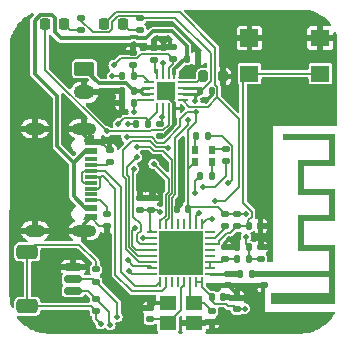
<source format=gtl>
G04 #@! TF.GenerationSoftware,KiCad,Pcbnew,8.0.2*
G04 #@! TF.CreationDate,2024-05-29T23:16:06+02:00*
G04 #@! TF.ProjectId,ESP32-C3,45535033-322d-4433-932e-6b696361645f,rev?*
G04 #@! TF.SameCoordinates,Original*
G04 #@! TF.FileFunction,Copper,L1,Top*
G04 #@! TF.FilePolarity,Positive*
%FSLAX46Y46*%
G04 Gerber Fmt 4.6, Leading zero omitted, Abs format (unit mm)*
G04 Created by KiCad (PCBNEW 8.0.2) date 2024-05-29 23:16:06*
%MOMM*%
%LPD*%
G01*
G04 APERTURE LIST*
G04 Aperture macros list*
%AMRoundRect*
0 Rectangle with rounded corners*
0 $1 Rounding radius*
0 $2 $3 $4 $5 $6 $7 $8 $9 X,Y pos of 4 corners*
0 Add a 4 corners polygon primitive as box body*
4,1,4,$2,$3,$4,$5,$6,$7,$8,$9,$2,$3,0*
0 Add four circle primitives for the rounded corners*
1,1,$1+$1,$2,$3*
1,1,$1+$1,$4,$5*
1,1,$1+$1,$6,$7*
1,1,$1+$1,$8,$9*
0 Add four rect primitives between the rounded corners*
20,1,$1+$1,$2,$3,$4,$5,0*
20,1,$1+$1,$4,$5,$6,$7,0*
20,1,$1+$1,$6,$7,$8,$9,0*
20,1,$1+$1,$8,$9,$2,$3,0*%
G04 Aperture macros list end*
G04 #@! TA.AperFunction,EtchedComponent*
%ADD10C,0.000000*%
G04 #@! TD*
G04 #@! TA.AperFunction,SMDPad,CuDef*
%ADD11RoundRect,0.140000X-0.170000X0.140000X-0.170000X-0.140000X0.170000X-0.140000X0.170000X0.140000X0*%
G04 #@! TD*
G04 #@! TA.AperFunction,SMDPad,CuDef*
%ADD12RoundRect,0.135000X-0.185000X0.135000X-0.185000X-0.135000X0.185000X-0.135000X0.185000X0.135000X0*%
G04 #@! TD*
G04 #@! TA.AperFunction,SMDPad,CuDef*
%ADD13RoundRect,0.140000X-0.140000X-0.170000X0.140000X-0.170000X0.140000X0.170000X-0.140000X0.170000X0*%
G04 #@! TD*
G04 #@! TA.AperFunction,SMDPad,CuDef*
%ADD14RoundRect,0.135000X0.185000X-0.135000X0.185000X0.135000X-0.185000X0.135000X-0.185000X-0.135000X0*%
G04 #@! TD*
G04 #@! TA.AperFunction,SMDPad,CuDef*
%ADD15RoundRect,0.218750X-0.218750X-0.256250X0.218750X-0.256250X0.218750X0.256250X-0.218750X0.256250X0*%
G04 #@! TD*
G04 #@! TA.AperFunction,SMDPad,CuDef*
%ADD16RoundRect,0.062500X-0.375000X-0.062500X0.375000X-0.062500X0.375000X0.062500X-0.375000X0.062500X0*%
G04 #@! TD*
G04 #@! TA.AperFunction,SMDPad,CuDef*
%ADD17RoundRect,0.062500X-0.062500X-0.375000X0.062500X-0.375000X0.062500X0.375000X-0.062500X0.375000X0*%
G04 #@! TD*
G04 #@! TA.AperFunction,SMDPad,CuDef*
%ADD18R,1.600000X1.600000*%
G04 #@! TD*
G04 #@! TA.AperFunction,SMDPad,CuDef*
%ADD19RoundRect,0.140000X0.170000X-0.140000X0.170000X0.140000X-0.170000X0.140000X-0.170000X-0.140000X0*%
G04 #@! TD*
G04 #@! TA.AperFunction,SMDPad,CuDef*
%ADD20R,0.600000X0.700000*%
G04 #@! TD*
G04 #@! TA.AperFunction,SMDPad,CuDef*
%ADD21R,1.140000X0.600000*%
G04 #@! TD*
G04 #@! TA.AperFunction,SMDPad,CuDef*
%ADD22R,1.140000X0.300000*%
G04 #@! TD*
G04 #@! TA.AperFunction,ComponentPad*
%ADD23O,2.100000X1.000000*%
G04 #@! TD*
G04 #@! TA.AperFunction,ComponentPad*
%ADD24O,1.800000X1.000000*%
G04 #@! TD*
G04 #@! TA.AperFunction,SMDPad,CuDef*
%ADD25RoundRect,0.135000X-0.135000X-0.185000X0.135000X-0.185000X0.135000X0.185000X-0.135000X0.185000X0*%
G04 #@! TD*
G04 #@! TA.AperFunction,SMDPad,CuDef*
%ADD26RoundRect,0.140000X0.140000X0.170000X-0.140000X0.170000X-0.140000X-0.170000X0.140000X-0.170000X0*%
G04 #@! TD*
G04 #@! TA.AperFunction,SMDPad,CuDef*
%ADD27RoundRect,0.135000X0.135000X0.185000X-0.135000X0.185000X-0.135000X-0.185000X0.135000X-0.185000X0*%
G04 #@! TD*
G04 #@! TA.AperFunction,SMDPad,CuDef*
%ADD28RoundRect,0.200000X-0.200000X-0.275000X0.200000X-0.275000X0.200000X0.275000X-0.200000X0.275000X0*%
G04 #@! TD*
G04 #@! TA.AperFunction,SMDPad,CuDef*
%ADD29R,1.500000X1.500000*%
G04 #@! TD*
G04 #@! TA.AperFunction,SMDPad,CuDef*
%ADD30R,1.600000X1.400000*%
G04 #@! TD*
G04 #@! TA.AperFunction,ConnectorPad*
%ADD31R,0.500000X0.500000*%
G04 #@! TD*
G04 #@! TA.AperFunction,ComponentPad*
%ADD32R,0.500000X0.900000*%
G04 #@! TD*
G04 #@! TA.AperFunction,ComponentPad*
%ADD33RoundRect,0.250000X-0.625000X0.350000X-0.625000X-0.350000X0.625000X-0.350000X0.625000X0.350000X0*%
G04 #@! TD*
G04 #@! TA.AperFunction,ComponentPad*
%ADD34O,1.750000X1.200000*%
G04 #@! TD*
G04 #@! TA.AperFunction,SMDPad,CuDef*
%ADD35RoundRect,0.062500X0.337500X0.062500X-0.337500X0.062500X-0.337500X-0.062500X0.337500X-0.062500X0*%
G04 #@! TD*
G04 #@! TA.AperFunction,SMDPad,CuDef*
%ADD36RoundRect,0.062500X0.062500X0.337500X-0.062500X0.337500X-0.062500X-0.337500X0.062500X-0.337500X0*%
G04 #@! TD*
G04 #@! TA.AperFunction,SMDPad,CuDef*
%ADD37R,3.700000X3.700000*%
G04 #@! TD*
G04 #@! TA.AperFunction,SMDPad,CuDef*
%ADD38RoundRect,0.150000X-0.625000X0.150000X-0.625000X-0.150000X0.625000X-0.150000X0.625000X0.150000X0*%
G04 #@! TD*
G04 #@! TA.AperFunction,SMDPad,CuDef*
%ADD39RoundRect,0.250000X-0.650000X0.350000X-0.650000X-0.350000X0.650000X-0.350000X0.650000X0.350000X0*%
G04 #@! TD*
G04 #@! TA.AperFunction,SMDPad,CuDef*
%ADD40R,1.400000X1.200000*%
G04 #@! TD*
G04 #@! TA.AperFunction,ViaPad*
%ADD41C,0.500000*%
G04 #@! TD*
G04 #@! TA.AperFunction,Conductor*
%ADD42C,0.350000*%
G04 #@! TD*
G04 #@! TA.AperFunction,Conductor*
%ADD43C,0.150000*%
G04 #@! TD*
G04 #@! TA.AperFunction,Conductor*
%ADD44C,0.200000*%
G04 #@! TD*
G04 #@! TA.AperFunction,Conductor*
%ADD45C,0.500000*%
G04 #@! TD*
G04 #@! TA.AperFunction,Conductor*
%ADD46C,0.250000*%
G04 #@! TD*
G04 APERTURE END LIST*
D10*
G04 #@! TA.AperFunction,EtchedComponent*
G04 #@! TO.C,AE1*
G36*
X60650000Y1900000D02*
G01*
X58010000Y1900000D01*
X58010000Y-100000D01*
X60650000Y-100000D01*
X60650000Y-2800000D01*
X58010000Y-2800000D01*
X58010000Y-4800000D01*
X60650000Y-4800000D01*
X60650000Y-9800000D01*
X55493215Y-9800000D01*
X55250000Y-9800000D01*
X55250000Y-9375156D01*
X55353957Y-9375156D01*
X55366065Y-9417819D01*
X55370419Y-9425731D01*
X55403203Y-9463674D01*
X55445605Y-9487742D01*
X55493215Y-9497583D01*
X55541622Y-9492847D01*
X55586416Y-9473185D01*
X55623186Y-9438245D01*
X55640092Y-9405353D01*
X55647982Y-9357267D01*
X55641408Y-9307682D01*
X55621313Y-9262372D01*
X55588643Y-9227112D01*
X55556417Y-9210218D01*
X55508158Y-9201778D01*
X55458632Y-9208309D01*
X55413447Y-9228868D01*
X55378213Y-9262511D01*
X55367600Y-9281122D01*
X55354700Y-9326637D01*
X55353957Y-9375156D01*
X55250000Y-9375156D01*
X55250000Y-8900000D01*
X60150000Y-8900000D01*
X60150000Y-7500000D01*
X55250000Y-7500000D01*
X55250000Y-7000000D01*
X60150000Y-7000000D01*
X60150000Y-5300000D01*
X57510000Y-5300000D01*
X57510000Y-2300000D01*
X60150000Y-2300000D01*
X60150000Y-600000D01*
X57510000Y-600000D01*
X57510000Y2400000D01*
X60150000Y2400000D01*
X60150000Y4100000D01*
X56210000Y4100000D01*
X56210000Y4600000D01*
X60650000Y4600000D01*
X60650000Y1900000D01*
G37*
G04 #@! TD.AperFunction*
G04 #@! TD*
D11*
G04 #@! TO.P,C3,1*
G04 #@! TO.N,Net-(AE1-A)*
X54600000Y-7270000D03*
G04 #@! TO.P,C3,2*
G04 #@! TO.N,GND*
X54600000Y-8230000D03*
G04 #@! TD*
D12*
G04 #@! TO.P,R3,1*
G04 #@! TO.N,Net-(U1-CC2)*
X41300000Y-2190000D03*
G04 #@! TO.P,R3,2*
G04 #@! TO.N,GND*
X41300000Y-3210000D03*
G04 #@! TD*
D13*
G04 #@! TO.P,C12,1*
G04 #@! TO.N,+3.3V*
X50215000Y-9250000D03*
G04 #@! TO.P,C12,2*
G04 #@! TO.N,GND*
X51175000Y-9250000D03*
G04 #@! TD*
G04 #@! TO.P,C5,1*
G04 #@! TO.N,GND*
X47270000Y-1750000D03*
G04 #@! TO.P,C5,2*
G04 #@! TO.N,+3.3V*
X48230000Y-1750000D03*
G04 #@! TD*
D14*
G04 #@! TO.P,R18,1*
G04 #@! TO.N,Net-(U2-ISET)*
X45300000Y10880000D03*
G04 #@! TO.P,R18,2*
G04 #@! TO.N,GND*
X45300000Y11900000D03*
G04 #@! TD*
D15*
G04 #@! TO.P,D5,1,K*
G04 #@! TO.N,NCHG*
X41112500Y13900000D03*
G04 #@! TO.P,D5,2,A*
G04 #@! TO.N,Net-(D5-A)*
X42687500Y13900000D03*
G04 #@! TD*
D14*
G04 #@! TO.P,R16,1*
G04 #@! TO.N,GND*
X45800000Y4440000D03*
G04 #@! TO.P,R16,2*
G04 #@! TO.N,EN1*
X45800000Y5460000D03*
G04 #@! TD*
D16*
G04 #@! TO.P,U2,1,TS*
G04 #@! TO.N,Net-(U2-TS)*
X44862500Y8950000D03*
G04 #@! TO.P,U2,2,BAT*
G04 #@! TO.N,+BATT*
X44862500Y8450000D03*
G04 #@! TO.P,U2,3,BAT*
X44862500Y7950000D03*
G04 #@! TO.P,U2,4,~{CE}*
G04 #@! TO.N,NCE*
X44862500Y7450000D03*
D17*
G04 #@! TO.P,U2,5,EN2*
G04 #@! TO.N,EN2*
X45550000Y6762500D03*
G04 #@! TO.P,U2,6,EN1*
G04 #@! TO.N,EN1*
X46050000Y6762500D03*
G04 #@! TO.P,U2,7,~{PGOOD}*
G04 #@! TO.N,NPGOOD*
X46550000Y6762500D03*
G04 #@! TO.P,U2,8,VSS*
G04 #@! TO.N,GND*
X47050000Y6762500D03*
D16*
G04 #@! TO.P,U2,9,~{CHG}*
G04 #@! TO.N,NCHG*
X47737500Y7450000D03*
G04 #@! TO.P,U2,10,OUT*
G04 #@! TO.N,+3.3V*
X47737500Y7950000D03*
G04 #@! TO.P,U2,11,OUT*
X47737500Y8450000D03*
G04 #@! TO.P,U2,12,ILIM*
G04 #@! TO.N,Net-(U2-ILIM)*
X47737500Y8950000D03*
D17*
G04 #@! TO.P,U2,13,IN*
G04 #@! TO.N,VCC*
X47050000Y9637500D03*
G04 #@! TO.P,U2,14,TMR*
G04 #@! TO.N,TMR*
X46550000Y9637500D03*
G04 #@! TO.P,U2,15,TD*
G04 #@! TO.N,TD*
X46050000Y9637500D03*
G04 #@! TO.P,U2,16,ISET*
G04 #@! TO.N,Net-(U2-ISET)*
X45550000Y9637500D03*
D18*
G04 #@! TO.P,U2,17,VSS*
G04 #@! TO.N,GND*
X46300000Y8200000D03*
G04 #@! TD*
D14*
G04 #@! TO.P,R10,1*
G04 #@! TO.N,Net-(D4-A)*
X39150000Y13390000D03*
G04 #@! TO.P,R10,2*
G04 #@! TO.N,+3.3V*
X39150000Y14410000D03*
G04 #@! TD*
D11*
G04 #@! TO.P,C4,1*
G04 #@! TO.N,GND*
X54350000Y-5020000D03*
G04 #@! TO.P,C4,2*
G04 #@! TO.N,+3.3V*
X54350000Y-5980000D03*
G04 #@! TD*
G04 #@! TO.P,C16,1*
G04 #@! TO.N,Net-(U3-XTAL_P)*
X50215000Y-10390000D03*
G04 #@! TO.P,C16,2*
G04 #@! TO.N,GND*
X50215000Y-11350000D03*
G04 #@! TD*
D19*
G04 #@! TO.P,C11,1*
G04 #@! TO.N,+3.3V*
X44100000Y-1830000D03*
G04 #@! TO.P,C11,2*
G04 #@! TO.N,GND*
X44100000Y-870000D03*
G04 #@! TD*
D12*
G04 #@! TO.P,R5,1*
G04 #@! TO.N,GND*
X46900000Y11930000D03*
G04 #@! TO.P,R5,2*
G04 #@! TO.N,TMR*
X46900000Y10910000D03*
G04 #@! TD*
D20*
G04 #@! TO.P,D1,1,RK*
G04 #@! TO.N,Net-(D1-RK)*
X50200000Y2200000D03*
G04 #@! TO.P,D1,2,A*
G04 #@! TO.N,+3.3V*
X48800000Y2200000D03*
G04 #@! TO.P,D1,3,BK*
G04 #@! TO.N,Net-(D1-BK)*
X50200000Y3200000D03*
G04 #@! TO.P,D1,4,GK*
G04 #@! TO.N,Net-(D1-GK)*
X48800000Y3200000D03*
G04 #@! TD*
D11*
G04 #@! TO.P,C6,1*
G04 #@! TO.N,Net-(U3-LNA_IN)*
X51600000Y-7270000D03*
G04 #@! TO.P,C6,2*
G04 #@! TO.N,GND*
X51600000Y-8230000D03*
G04 #@! TD*
D21*
G04 #@! TO.P,U1,A1,GND*
G04 #@! TO.N,GND*
X39970000Y3910000D03*
G04 #@! TO.P,U1,A4,VBUS*
G04 #@! TO.N,VCC*
X39970000Y3110000D03*
D22*
G04 #@! TO.P,U1,A5,CC1*
G04 #@! TO.N,Net-(U1-CC1)*
X39970000Y1960000D03*
G04 #@! TO.P,U1,A6,D+*
G04 #@! TO.N,USB_D+*
X39970000Y960000D03*
G04 #@! TO.P,U1,A7,D-*
G04 #@! TO.N,USB_D-*
X39970000Y460000D03*
G04 #@! TO.P,U1,A8,SBU1*
G04 #@! TO.N,unconnected-(U1-SBU1-PadA8)*
X39970000Y-540000D03*
D21*
G04 #@! TO.P,U1,A9,VBUS*
G04 #@! TO.N,VCC*
X39970000Y-1690000D03*
G04 #@! TO.P,U1,A12,GND*
G04 #@! TO.N,GND*
X39970000Y-2490000D03*
G04 #@! TO.P,U1,B1,GND*
X39970000Y-2490000D03*
G04 #@! TO.P,U1,B4,VBUS*
G04 #@! TO.N,VCC*
X39970000Y-1690000D03*
D22*
G04 #@! TO.P,U1,B5,CC2*
G04 #@! TO.N,Net-(U1-CC2)*
X39970000Y-1040000D03*
G04 #@! TO.P,U1,B6,D+*
G04 #@! TO.N,USB_D+*
X39970000Y-40000D03*
G04 #@! TO.P,U1,B7,D-*
G04 #@! TO.N,USB_D-*
X39970000Y1460000D03*
G04 #@! TO.P,U1,B8,SBU2*
G04 #@! TO.N,unconnected-(U1-SBU2-PadB8)*
X39970000Y2460000D03*
D21*
G04 #@! TO.P,U1,B9,VBUS*
G04 #@! TO.N,VCC*
X39970000Y3110000D03*
G04 #@! TO.P,U1,B12,GND*
G04 #@! TO.N,GND*
X39970000Y3910000D03*
D23*
G04 #@! TO.P,U1,S1,SHIELD*
X39400000Y5030000D03*
D24*
X35220000Y5030000D03*
D23*
X39400000Y-3610000D03*
D24*
X35220000Y-3610000D03*
G04 #@! TD*
D14*
G04 #@! TO.P,R9,1*
G04 #@! TO.N,Net-(D5-A)*
X44150000Y13390000D03*
G04 #@! TO.P,R9,2*
G04 #@! TO.N,+3.3V*
X44150000Y14410000D03*
G04 #@! TD*
G04 #@! TO.P,R11,1*
G04 #@! TO.N,Net-(U2-TS)*
X43550000Y10440000D03*
G04 #@! TO.P,R11,2*
G04 #@! TO.N,GND*
X43550000Y11460000D03*
G04 #@! TD*
D25*
G04 #@! TO.P,R21,1*
G04 #@! TO.N,Rot*
X49190000Y1000000D03*
G04 #@! TO.P,R21,2*
G04 #@! TO.N,Net-(D1-RK)*
X50210000Y1000000D03*
G04 #@! TD*
D14*
G04 #@! TO.P,R19,1*
G04 #@! TO.N,Blau*
X51400000Y2290000D03*
G04 #@! TO.P,R19,2*
G04 #@! TO.N,Net-(D1-BK)*
X51400000Y3310000D03*
G04 #@! TD*
D26*
G04 #@! TO.P,C1,1*
G04 #@! TO.N,GND*
X54330000Y-3200000D03*
G04 #@! TO.P,C1,2*
G04 #@! TO.N,EXTI*
X53370000Y-3200000D03*
G04 #@! TD*
D13*
G04 #@! TO.P,C20,1*
G04 #@! TO.N,+3.3V*
X49250000Y8200000D03*
G04 #@! TO.P,C20,2*
G04 #@! TO.N,GND*
X50210000Y8200000D03*
G04 #@! TD*
D27*
G04 #@! TO.P,R14,1*
G04 #@! TO.N,Gr\u00FCn*
X49910000Y4400000D03*
G04 #@! TO.P,R14,2*
G04 #@! TO.N,Net-(D1-GK)*
X48890000Y4400000D03*
G04 #@! TD*
D14*
G04 #@! TO.P,R1,1*
G04 #@! TO.N,EXTI*
X52350000Y-3210000D03*
G04 #@! TO.P,R1,2*
G04 #@! TO.N,+3.3V*
X52350000Y-2190000D03*
G04 #@! TD*
G04 #@! TO.P,R7,1*
G04 #@! TO.N,MCU_SCL*
X40400000Y-7910000D03*
G04 #@! TO.P,R7,2*
G04 #@! TO.N,+3.3V*
X40400000Y-6890000D03*
G04 #@! TD*
D19*
G04 #@! TO.P,C15,1*
G04 #@! TO.N,+3.3V*
X52350000Y-10230000D03*
G04 #@! TO.P,C15,2*
G04 #@! TO.N,GND*
X52350000Y-9270000D03*
G04 #@! TD*
D27*
G04 #@! TO.P,L1,1,1*
G04 #@! TO.N,Net-(AE1-A)*
X53610000Y-7250000D03*
G04 #@! TO.P,L1,2,2*
G04 #@! TO.N,Net-(U3-LNA_IN)*
X52590000Y-7250000D03*
G04 #@! TD*
D15*
G04 #@! TO.P,D4,1,K*
G04 #@! TO.N,NPGOOD*
X36112500Y13900000D03*
G04 #@! TO.P,D4,2,A*
G04 #@! TO.N,Net-(D4-A)*
X37687500Y13900000D03*
G04 #@! TD*
D14*
G04 #@! TO.P,R2,1*
G04 #@! TO.N,Net-(U1-CC1)*
X41550000Y2190000D03*
G04 #@! TO.P,R2,2*
G04 #@! TO.N,GND*
X41550000Y3210000D03*
G04 #@! TD*
D28*
G04 #@! TO.P,R15,1*
G04 #@! TO.N,Net-(U2-ILIM)*
X49475000Y9450000D03*
G04 #@! TO.P,R15,2*
G04 #@! TO.N,GND*
X51125000Y9450000D03*
G04 #@! TD*
D12*
G04 #@! TO.P,R8,1*
G04 #@! TO.N,MCU_SDA*
X40400000Y-9390000D03*
G04 #@! TO.P,R8,2*
G04 #@! TO.N,+3.3V*
X40400000Y-10410000D03*
G04 #@! TD*
D27*
G04 #@! TO.P,R17,1*
G04 #@! TO.N,EN2*
X44810000Y5400000D03*
G04 #@! TO.P,R17,2*
G04 #@! TO.N,+3.3V*
X43790000Y5400000D03*
G04 #@! TD*
D29*
G04 #@! TO.P,SW2,1,1*
G04 #@! TO.N,GND*
X53400000Y12700000D03*
D30*
X59400000Y12700000D03*
G04 #@! TO.P,SW2,2,2*
G04 #@! TO.N,EXTI*
X53400000Y9700000D03*
X59400000Y9700000D03*
G04 #@! TD*
D27*
G04 #@! TO.P,R12,1*
G04 #@! TO.N,Net-(U2-TS)*
X43600000Y9450000D03*
G04 #@! TO.P,R12,2*
G04 #@! TO.N,Net-(R12-Pad2)*
X42580000Y9450000D03*
G04 #@! TD*
D31*
G04 #@! TO.P,AE1,1,A*
G04 #@! TO.N,Net-(AE1-A)*
X55500000Y-7250000D03*
D32*
G04 #@! TO.P,AE1,2,GND*
G04 #@! TO.N,GND*
X55500000Y-9350000D03*
G04 #@! TD*
D26*
G04 #@! TO.P,C21,1*
G04 #@! TO.N,+BATT*
X43590000Y8200000D03*
G04 #@! TO.P,C21,2*
G04 #@! TO.N,GND*
X42630000Y8200000D03*
G04 #@! TD*
D19*
G04 #@! TO.P,C14,1*
G04 #@! TO.N,+3.3V*
X45100000Y-1830000D03*
G04 #@! TO.P,C14,2*
G04 #@! TO.N,GND*
X45100000Y-870000D03*
G04 #@! TD*
D33*
G04 #@! TO.P,J2,1,Pin_1*
G04 #@! TO.N,+BATT*
X39420000Y10100000D03*
D34*
G04 #@! TO.P,J2,2,Pin_2*
G04 #@! TO.N,GND*
X39420000Y8100000D03*
G04 #@! TD*
D25*
G04 #@! TO.P,R4,1*
G04 #@! TO.N,GND*
X42580000Y7200000D03*
G04 #@! TO.P,R4,2*
G04 #@! TO.N,NCE*
X43600000Y7200000D03*
G04 #@! TD*
D27*
G04 #@! TO.P,L2,1,1*
G04 #@! TO.N,+3.3V*
X53360000Y-6000000D03*
G04 #@! TO.P,L2,2,2*
G04 #@! TO.N,Net-(C7-Pad2)*
X52340000Y-6000000D03*
G04 #@! TD*
D11*
G04 #@! TO.P,C7,1*
G04 #@! TO.N,GND*
X51350000Y-5020000D03*
G04 #@! TO.P,C7,2*
G04 #@! TO.N,Net-(C7-Pad2)*
X51350000Y-5980000D03*
G04 #@! TD*
D35*
G04 #@! TO.P,U3,1,LNA_IN*
G04 #@! TO.N,Net-(U3-LNA_IN)*
X50050000Y-7250000D03*
G04 #@! TO.P,U3,2,VDD3P3*
G04 #@! TO.N,Net-(C7-Pad2)*
X50050000Y-6750000D03*
G04 #@! TO.P,U3,3,VDD3P3*
X50050000Y-6250000D03*
G04 #@! TO.P,U3,4,XTAL_32K_P*
G04 #@! TO.N,unconnected-(U3-XTAL_32K_P-Pad4)*
X50050000Y-5750000D03*
G04 #@! TO.P,U3,5,XTAL_32K_N*
G04 #@! TO.N,unconnected-(U3-XTAL_32K_N-Pad5)*
X50050000Y-5250000D03*
G04 #@! TO.P,U3,6,GPIO2*
G04 #@! TO.N,EXTI*
X50050000Y-4750000D03*
G04 #@! TO.P,U3,7,CHIP_EN*
G04 #@! TO.N,CHIP_EN*
X50050000Y-4250000D03*
G04 #@! TO.P,U3,8,GPIO3*
G04 #@! TO.N,unconnected-(U3-GPIO3-Pad8)*
X50050000Y-3750000D03*
D36*
G04 #@! TO.P,U3,9,MTMS*
G04 #@! TO.N,MCU_SCL*
X49350000Y-3050000D03*
G04 #@! TO.P,U3,10,MTDI*
G04 #@! TO.N,MCU_SDA*
X48850000Y-3050000D03*
G04 #@! TO.P,U3,11,VDD3P3_RTC*
G04 #@! TO.N,+3.3V*
X48350000Y-3050000D03*
G04 #@! TO.P,U3,12,MTCK*
G04 #@! TO.N,unconnected-(U3-MTCK-Pad12)*
X47850000Y-3050000D03*
G04 #@! TO.P,U3,13,MTDO*
G04 #@! TO.N,unconnected-(U3-MTDO-Pad13)*
X47350000Y-3050000D03*
G04 #@! TO.P,U3,14,GPIO8*
G04 #@! TO.N,TD*
X46850000Y-3050000D03*
G04 #@! TO.P,U3,15,GPIO9*
G04 #@! TO.N,NCE*
X46350000Y-3050000D03*
G04 #@! TO.P,U3,16,GPIO10*
G04 #@! TO.N,TMR*
X45850000Y-3050000D03*
D35*
G04 #@! TO.P,U3,17,VDD3P3_CPU*
G04 #@! TO.N,+3.3V*
X45150000Y-3750000D03*
G04 #@! TO.P,U3,18,VDD_SPI*
G04 #@! TO.N,Rot*
X45150000Y-4250000D03*
G04 #@! TO.P,U3,19,SPIHD*
G04 #@! TO.N,NPGOOD*
X45150000Y-4750000D03*
G04 #@! TO.P,U3,20,SPIWP*
G04 #@! TO.N,NCHG*
X45150000Y-5250000D03*
G04 #@! TO.P,U3,21,SPICS0*
G04 #@! TO.N,EN2*
X45150000Y-5750000D03*
G04 #@! TO.P,U3,22,SPICLK*
G04 #@! TO.N,EN1*
X45150000Y-6250000D03*
G04 #@! TO.P,U3,23,SPID*
G04 #@! TO.N,Blau*
X45150000Y-6750000D03*
G04 #@! TO.P,U3,24,SPIQ*
G04 #@! TO.N,Gr\u00FCn*
X45150000Y-7250000D03*
D36*
G04 #@! TO.P,U3,25,GPIO18*
G04 #@! TO.N,USB_D-*
X45850000Y-7950000D03*
G04 #@! TO.P,U3,26,GPIO19*
G04 #@! TO.N,USB_D+*
X46350000Y-7950000D03*
G04 #@! TO.P,U3,27,U0RXD*
G04 #@! TO.N,unconnected-(U3-U0RXD-Pad27)*
X46850000Y-7950000D03*
G04 #@! TO.P,U3,28,U0TXD*
G04 #@! TO.N,unconnected-(U3-U0TXD-Pad28)*
X47350000Y-7950000D03*
G04 #@! TO.P,U3,29,XTAL_N*
G04 #@! TO.N,Net-(U3-XTAL_N)*
X47850000Y-7950000D03*
G04 #@! TO.P,U3,30,XTAL_P*
G04 #@! TO.N,Net-(U3-XTAL_P)*
X48350000Y-7950000D03*
G04 #@! TO.P,U3,31,VDDA*
G04 #@! TO.N,+3.3V*
X48850000Y-7950000D03*
G04 #@! TO.P,U3,32,VDDA*
X49350000Y-7950000D03*
D37*
G04 #@! TO.P,U3,33,GND*
G04 #@! TO.N,GND*
X47600000Y-5500000D03*
G04 #@! TD*
D13*
G04 #@! TO.P,C2,1*
G04 #@! TO.N,GND*
X52370000Y-5000000D03*
G04 #@! TO.P,C2,2*
G04 #@! TO.N,+3.3V*
X53330000Y-5000000D03*
G04 #@! TD*
D14*
G04 #@! TO.P,R6,1*
G04 #@! TO.N,CHIP_EN*
X51300000Y-3210000D03*
G04 #@! TO.P,R6,2*
G04 #@! TO.N,+3.3V*
X51300000Y-2190000D03*
G04 #@! TD*
D38*
G04 #@! TO.P,J1,1,Pin_1*
G04 #@! TO.N,GND*
X38470000Y-6700000D03*
G04 #@! TO.P,J1,2,Pin_2*
G04 #@! TO.N,MCU_SCL*
X38470000Y-7700000D03*
G04 #@! TO.P,J1,3,Pin_3*
G04 #@! TO.N,MCU_SDA*
X38470000Y-8700000D03*
D39*
G04 #@! TO.P,J1,MP,MP*
G04 #@! TO.N,+3.3V*
X34595000Y-5400000D03*
X34595000Y-10000000D03*
G04 #@! TD*
D13*
G04 #@! TO.P,C19,1*
G04 #@! TO.N,VCC*
X48070000Y10950000D03*
G04 #@! TO.P,C19,2*
G04 #@! TO.N,GND*
X49030000Y10950000D03*
G04 #@! TD*
D40*
G04 #@! TO.P,Y1,1,OSC1*
G04 #@! TO.N,Net-(U3-XTAL_P)*
X48700000Y-9700000D03*
G04 #@! TO.P,Y1,2,GND*
G04 #@! TO.N,GND*
X46500000Y-9700000D03*
G04 #@! TO.P,Y1,3,OSC2*
G04 #@! TO.N,Net-(U3-XTAL_N)*
X46500000Y-11400000D03*
G04 #@! TO.P,Y1,4,GND*
G04 #@! TO.N,GND*
X48700000Y-11400000D03*
G04 #@! TD*
D19*
G04 #@! TO.P,C17,1*
G04 #@! TO.N,Net-(U3-XTAL_N)*
X44950000Y-11114999D03*
G04 #@! TO.P,C17,2*
G04 #@! TO.N,GND*
X44950000Y-10154999D03*
G04 #@! TD*
D41*
G04 #@! TO.N,GND*
X57900000Y9100000D03*
X33700000Y9100000D03*
X52100000Y9400000D03*
X54000000Y-11650000D03*
X45800000Y8700000D03*
X46700000Y-6300000D03*
X57900000Y12500000D03*
X57900000Y5700000D03*
X54400000Y-4400000D03*
X38700000Y-5700000D03*
X33700000Y2300000D03*
X46700000Y-4600000D03*
X57900000Y14700000D03*
X54500000Y2300000D03*
X60550000Y11000000D03*
X48400000Y-4600000D03*
X45400000Y-150000D03*
X49700000Y7400000D03*
X51100000Y14700000D03*
X33700000Y12500000D03*
X54000000Y-9900000D03*
X50850000Y-10950000D03*
X51700000Y-4300000D03*
X33700000Y5700000D03*
X54500000Y-1100000D03*
X47600000Y700000D03*
X57240000Y-11650000D03*
X60550000Y8350000D03*
X54500000Y5700000D03*
X48400000Y-6300000D03*
X60550000Y5700000D03*
X46500000Y12700000D03*
X33700000Y-1100000D03*
X45000000Y-9300000D03*
X49000000Y11700000D03*
X45600000Y12700000D03*
X43600000Y12200000D03*
X46800000Y7700000D03*
X54500000Y14700000D03*
X51600000Y-10600000D03*
X54000000Y-8250000D03*
G04 #@! TO.N,NPGOOD*
X43600000Y1650000D03*
X41313629Y4800000D03*
G04 #@! TO.N,NCHG*
X43700000Y-3400000D03*
X50500000Y-1100000D03*
G04 #@! TO.N,+3.3V*
X53100000Y-2200000D03*
X40800000Y-11500000D03*
X53100000Y-4100000D03*
X48900000Y6400000D03*
X45800000Y-2050000D03*
X43100000Y5400000D03*
X43000000Y4300000D03*
X53000000Y-10200000D03*
X48800000Y7400000D03*
G04 #@! TO.N,Net-(R12-Pad2)*
X41800000Y9500000D03*
G04 #@! TO.N,MCU_SCL*
X50200000Y-2600000D03*
X42200000Y-10900000D03*
G04 #@! TO.N,NCE*
X43600000Y6400000D03*
X43850000Y3500000D03*
G04 #@! TO.N,TMR*
X45300000Y2050000D03*
X41900000Y10400000D03*
G04 #@! TO.N,EN1*
X46500000Y3400000D03*
X46000000Y6000000D03*
G04 #@! TO.N,EN2*
X42300000Y5450000D03*
X43850000Y2600000D03*
G04 #@! TO.N,TD*
X46100000Y10600000D03*
X48200000Y5800000D03*
G04 #@! TO.N,MCU_SDA*
X41600000Y-11600000D03*
X49100000Y-2100000D03*
G04 #@! TO.N,Gr\u00FCn*
X43200000Y-7000000D03*
X51600000Y400000D03*
G04 #@! TO.N,Blau*
X49500000Y100000D03*
X43100000Y-6100000D03*
G04 #@! TO.N,Rot*
X44400000Y-4200000D03*
X48800000Y-400000D03*
G04 #@! TD*
D42*
G04 #@! TO.N,GND*
X49030000Y10950000D02*
X49030000Y11670000D01*
X54400000Y-4400000D02*
X54400000Y-3270000D01*
X54000000Y-8250000D02*
X54020000Y-8230000D01*
X50450000Y-11350000D02*
X50215000Y-11350000D01*
X45404999Y-9700000D02*
X44950000Y-10154999D01*
X51125000Y9450000D02*
X52050000Y9450000D01*
X45300000Y12400000D02*
X45600000Y12700000D01*
X45300000Y11900000D02*
X45300000Y12400000D01*
X42630000Y8200000D02*
X42630000Y7250000D01*
X38470000Y-5930000D02*
X38700000Y-5700000D01*
X54400000Y-4400000D02*
X54350000Y-4450000D01*
X46700000Y7600000D02*
X46800000Y7700000D01*
X50210000Y8200000D02*
X50210000Y7910000D01*
X46700000Y11930000D02*
X46700000Y12500000D01*
X42530000Y8100000D02*
X42630000Y8200000D01*
X54600000Y-8230000D02*
X51600000Y-8230000D01*
D43*
X44400000Y-870000D02*
X44680000Y-870000D01*
D42*
X50850000Y-10950000D02*
X50450000Y-11350000D01*
X47050000Y5319670D02*
X47050000Y6762500D01*
X43550000Y11460000D02*
X43550000Y12150000D01*
X49030000Y11670000D02*
X49000000Y11700000D01*
X43550000Y12150000D02*
X43600000Y12200000D01*
X46800000Y7700000D02*
X46700000Y7800000D01*
X54020000Y-8230000D02*
X54600000Y-8230000D01*
D44*
X41300000Y-3210000D02*
X40690000Y-3210000D01*
D42*
X51700000Y-4300000D02*
X51700000Y-4330000D01*
X52350000Y-9270000D02*
X51195000Y-9270000D01*
X52050000Y9450000D02*
X52100000Y9400000D01*
X45400000Y-9700000D02*
X45000000Y-9300000D01*
D43*
X41600000Y3160000D02*
X40850000Y3910000D01*
D42*
X39420000Y5050000D02*
X39400000Y5030000D01*
X50210000Y7910000D02*
X49700000Y7400000D01*
X51195000Y-9270000D02*
X51175000Y-9250000D01*
X42630000Y7250000D02*
X42580000Y7200000D01*
D43*
X45400000Y-870000D02*
X45400000Y-150000D01*
D42*
X45800000Y4440000D02*
X46170330Y4440000D01*
X47050000Y7199999D02*
X46700000Y7549999D01*
X47600000Y700000D02*
X47600000Y-1420000D01*
D43*
X40850000Y3910000D02*
X39970000Y3910000D01*
D42*
X51350000Y-4650000D02*
X51350000Y-5020000D01*
X46500000Y-9700000D02*
X45404999Y-9700000D01*
X47600000Y-1420000D02*
X47270000Y-1750000D01*
X46700000Y12500000D02*
X46500000Y12700000D01*
X39400000Y-3060000D02*
X39970000Y-2490000D01*
X54400000Y-3270000D02*
X54330000Y-3200000D01*
X52350000Y-9270000D02*
X52350000Y-8980000D01*
X39400000Y5030000D02*
X39400000Y4480000D01*
X46700000Y7800000D02*
X46700000Y7900000D01*
X38470000Y-6700000D02*
X38470000Y-5930000D01*
X52350000Y-8980000D02*
X51600000Y-8230000D01*
X47050000Y6762500D02*
X47050000Y7199999D01*
X39420000Y8100000D02*
X42530000Y8100000D01*
X46500000Y-9700000D02*
X45400000Y-9700000D01*
X51700000Y-4300000D02*
X51350000Y-4650000D01*
X54350000Y-4450000D02*
X54350000Y-5020000D01*
X46170330Y4440000D02*
X47050000Y5319670D01*
X48700000Y-11400000D02*
X50165000Y-11400000D01*
X39400000Y-3610000D02*
X39400000Y-3060000D01*
X46700000Y7549999D02*
X46700000Y7600000D01*
D43*
X44680000Y-870000D02*
X45400000Y-150000D01*
D42*
X50165000Y-11400000D02*
X50215000Y-11350000D01*
D44*
X40690000Y-3210000D02*
X39970000Y-2490000D01*
D42*
X51700000Y-4330000D02*
X52370000Y-5000000D01*
D43*
X41800000Y3160000D02*
X41600000Y3160000D01*
D42*
X39400000Y4480000D02*
X39970000Y3910000D01*
D44*
G04 #@! TO.N,EXTI*
X50810000Y-4750000D02*
X50810000Y-4482893D01*
X53307107Y-2700000D02*
X53600000Y-2407107D01*
X53370000Y-3200000D02*
X53307107Y-3137107D01*
X52350000Y-3210000D02*
X53360000Y-3210000D01*
X53600000Y-1992893D02*
X52850000Y-1242893D01*
X51492893Y-3800000D02*
X51760000Y-3800000D01*
X53400000Y9700000D02*
X59400000Y9700000D01*
X53360000Y-3210000D02*
X53370000Y-3200000D01*
X52850000Y9150000D02*
X53400000Y9700000D01*
X53600000Y-2407107D02*
X53600000Y-1992893D01*
X52850000Y-1242893D02*
X52850000Y9150000D01*
X50050000Y-4750000D02*
X50810000Y-4750000D01*
X50810000Y-4482893D02*
X51492893Y-3800000D01*
X53307107Y-3137107D02*
X53307107Y-2700000D01*
X51760000Y-3800000D02*
X52350000Y-3210000D01*
D45*
G04 #@! TO.N,Net-(AE1-A)*
X55500000Y-7250000D02*
X54620000Y-7250000D01*
D43*
X54580000Y-7250000D02*
X54600000Y-7270000D01*
D45*
X53610000Y-7250000D02*
X54580000Y-7250000D01*
D43*
X54620000Y-7250000D02*
X54600000Y-7270000D01*
G04 #@! TO.N,Net-(U3-LNA_IN)*
X52570000Y-7270000D02*
X52590000Y-7250000D01*
D45*
X51600000Y-7270000D02*
X52570000Y-7270000D01*
D43*
X51580000Y-7250000D02*
X51600000Y-7270000D01*
D46*
X50050000Y-7250000D02*
X51580000Y-7250000D01*
D44*
G04 #@! TO.N,Net-(C7-Pad2)*
X51080000Y-6250000D02*
X51350000Y-5980000D01*
X50050000Y-6750000D02*
X50050000Y-6250000D01*
X51350000Y-5980000D02*
X52320000Y-5980000D01*
X52320000Y-5980000D02*
X52340000Y-6000000D01*
X50050000Y-6250000D02*
X51080000Y-6250000D01*
D42*
G04 #@! TO.N,VCC*
X38500000Y-712269D02*
X38500000Y2132269D01*
X35200000Y9700000D02*
X35200000Y14166830D01*
X37100000Y7800000D02*
X35200000Y9700000D01*
X39477731Y3110000D02*
X39970000Y3110000D01*
X39970000Y-1690000D02*
X39477731Y-1690000D01*
X44675000Y12700000D02*
X45250000Y13275000D01*
X35200000Y14166830D02*
X35683170Y14650000D01*
X38500000Y2132269D02*
X39477731Y3110000D01*
X43838173Y12775000D02*
X43913173Y12700000D01*
X37100000Y3532269D02*
X37100000Y7800000D01*
X48070000Y12030000D02*
X48070000Y10950000D01*
X36900000Y14441830D02*
X36900000Y13200000D01*
X38500000Y2132269D02*
X37100000Y3532269D01*
X43286827Y12700000D02*
X43361827Y12775000D01*
X48070000Y10950000D02*
X47950000Y10950000D01*
X39477731Y-1690000D02*
X38500000Y-712269D01*
X43913173Y12700000D02*
X44675000Y12700000D01*
X35683170Y14650000D02*
X36691830Y14650000D01*
X45250000Y13275000D02*
X46825000Y13275000D01*
X36900000Y13200000D02*
X37400000Y12700000D01*
X47050000Y10050000D02*
X47050000Y9637500D01*
X37400000Y12700000D02*
X43286827Y12700000D01*
X47950000Y10950000D02*
X47050000Y10050000D01*
X46825000Y13275000D02*
X48070000Y12030000D01*
X43361827Y12775000D02*
X43838173Y12775000D01*
X36691830Y14650000D02*
X36900000Y14441830D01*
G04 #@! TO.N,+BATT*
X42935000Y8855000D02*
X43590000Y8200000D01*
D46*
X44100000Y8200000D02*
X44350000Y8450000D01*
D42*
X43590000Y8200000D02*
X44100000Y8200000D01*
D46*
X44350000Y7950000D02*
X44862500Y7950000D01*
X44100000Y8200000D02*
X44350000Y7950000D01*
D42*
X39420000Y10100000D02*
X40665000Y8855000D01*
X40665000Y8855000D02*
X42935000Y8855000D01*
D46*
X44350000Y8450000D02*
X44862500Y8450000D01*
D43*
G04 #@! TO.N,NPGOOD*
X43900000Y-4500000D02*
X43900000Y-3871752D01*
X44150000Y-4750000D02*
X43900000Y-4500000D01*
X43550000Y-2450000D02*
X43550000Y1600000D01*
X43550000Y1600000D02*
X43600000Y1650000D01*
D44*
X46550000Y5350000D02*
X46550000Y6762500D01*
X46110000Y4910000D02*
X46550000Y5350000D01*
X45000000Y4800000D02*
X45110000Y4910000D01*
X36112500Y10001129D02*
X41313629Y4800000D01*
D43*
X45150000Y-4750000D02*
X44150000Y-4750000D01*
X43900000Y-3871752D02*
X44175000Y-3596752D01*
X44175000Y-3075000D02*
X43550000Y-2450000D01*
X44175000Y-3596752D02*
X44175000Y-3075000D01*
D44*
X41313629Y4800000D02*
X45000000Y4800000D01*
X36112500Y13900000D02*
X36112500Y10001129D01*
X45110000Y4910000D02*
X46110000Y4910000D01*
G04 #@! TO.N,Net-(D4-A)*
X38197500Y13390000D02*
X37687500Y13900000D01*
X39150000Y13390000D02*
X38197500Y13390000D01*
G04 #@! TO.N,NCHG*
X47520000Y14880000D02*
X50500000Y11900000D01*
D43*
X52500000Y100000D02*
X52500000Y5872893D01*
D44*
X41112500Y13900000D02*
X42092500Y14880000D01*
D43*
X43803554Y-5250000D02*
X45150000Y-5250000D01*
X50500000Y-1100000D02*
X51300000Y-1100000D01*
X43475000Y-3625000D02*
X43475000Y-4921446D01*
X52500000Y5872893D02*
X50690000Y7682893D01*
D44*
X42092500Y14880000D02*
X47520000Y14880000D01*
D43*
X51300000Y-1100000D02*
X52500000Y100000D01*
D44*
X50690000Y8520000D02*
X50690000Y8000000D01*
X48287500Y6900000D02*
X47737500Y7450000D01*
X50500000Y8710000D02*
X50690000Y8520000D01*
D43*
X43475000Y-4921446D02*
X43803554Y-5250000D01*
D44*
X50690000Y8000000D02*
X50690000Y7682893D01*
X50690000Y7682893D02*
X49907107Y6900000D01*
X50500000Y11900000D02*
X50500000Y8710000D01*
D43*
X43700000Y-3400000D02*
X43475000Y-3625000D01*
D44*
X49907107Y6900000D02*
X48287500Y6900000D01*
G04 #@! TO.N,+3.3V*
X53360000Y-6000000D02*
X54330000Y-6000000D01*
X45142498Y4300000D02*
X43000000Y4300000D01*
X54330000Y-6000000D02*
X54350000Y-5980000D01*
D43*
X44950000Y-3550000D02*
X45150000Y-3750000D01*
D44*
X48380000Y-1600000D02*
X48200000Y-1420000D01*
X34595000Y-5400000D02*
X35195000Y-4800000D01*
X49350000Y-8385000D02*
X50215000Y-9250000D01*
X53100000Y-4100000D02*
X53100000Y-4770000D01*
X34595000Y-10000000D02*
X39990000Y-10000000D01*
X47090000Y14410000D02*
X44150000Y14410000D01*
X43100000Y5400000D02*
X43790000Y5400000D01*
X50215000Y-9250000D02*
X50215000Y-9559999D01*
D46*
X49000000Y7950000D02*
X49250000Y8200000D01*
D44*
X53100000Y-2200000D02*
X53090000Y-2190000D01*
X48900000Y6400000D02*
X48092893Y6400000D01*
X53360000Y-6000000D02*
X53360000Y-5030000D01*
X40112502Y13225000D02*
X39150000Y14187502D01*
D46*
X49000000Y8450000D02*
X47737500Y8450000D01*
D44*
X45800000Y-2050000D02*
X45580000Y-1830000D01*
X50215000Y-9559999D02*
X50455001Y-9800000D01*
X50455001Y-9800000D02*
X51407107Y-9800000D01*
X41750000Y13450000D02*
X41525000Y13225000D01*
X53090000Y-2190000D02*
X52350000Y-2190000D01*
X50100000Y9028774D02*
X50100000Y11400000D01*
X49350000Y-7950000D02*
X48850000Y-7950000D01*
X39150000Y14187502D02*
X39150000Y14410000D01*
X40400000Y-6200000D02*
X40400000Y-6890000D01*
X50710000Y-1600000D02*
X51300000Y-2190000D01*
X48350000Y-1870000D02*
X48230000Y-1750000D01*
X48230000Y-1750000D02*
X48380000Y-1600000D01*
X48350000Y-3050000D02*
X48350000Y-1870000D01*
D46*
X49250000Y8200000D02*
X49000000Y8450000D01*
D44*
X49271226Y8200000D02*
X50100000Y9028774D01*
X34595000Y-5400000D02*
X34595000Y-10000000D01*
X48200000Y-1420000D02*
X48200000Y1600000D01*
X53360000Y-5030000D02*
X53330000Y-5000000D01*
X53090000Y-2190000D02*
X51300000Y-2190000D01*
D46*
X48800000Y7750000D02*
X49250000Y8200000D01*
D44*
X41525000Y13225000D02*
X40112502Y13225000D01*
X48900000Y5611092D02*
X48900000Y6400000D01*
X52120000Y-10000000D02*
X52350000Y-10230000D01*
X48092893Y6400000D02*
X47550000Y5857107D01*
X48380000Y-1600000D02*
X50710000Y-1600000D01*
X47550000Y5250000D02*
X46150000Y3850000D01*
X49350000Y-7950000D02*
X49350000Y-8385000D01*
D46*
X47737500Y7950000D02*
X49000000Y7950000D01*
D44*
X39990000Y-10000000D02*
X40400000Y-10410000D01*
X52380000Y-10200000D02*
X52350000Y-10230000D01*
D43*
X44950000Y-1830000D02*
X44950000Y-3550000D01*
D44*
X46150000Y3850000D02*
X45592498Y3850000D01*
X40400000Y-11100000D02*
X40400000Y-10410000D01*
X53000000Y-10200000D02*
X52380000Y-10200000D01*
X39000000Y-4800000D02*
X40400000Y-6200000D01*
X51407107Y-9800000D02*
X51607107Y-10000000D01*
X44150000Y14410000D02*
X43985000Y14575000D01*
X50100000Y11400000D02*
X47090000Y14410000D01*
X51607107Y-10000000D02*
X52120000Y-10000000D01*
X45592498Y3850000D02*
X45142498Y4300000D01*
X41750000Y14035764D02*
X41750000Y13450000D01*
X48200000Y4911092D02*
X48900000Y5611092D01*
X42289236Y14575000D02*
X41750000Y14035764D01*
X47550000Y5857107D02*
X47550000Y5250000D01*
X45580000Y-1830000D02*
X45400000Y-1830000D01*
D43*
X44950000Y-1830000D02*
X45400000Y-1830000D01*
D44*
X49250000Y8200000D02*
X49271226Y8200000D01*
X35195000Y-4800000D02*
X39000000Y-4800000D01*
X48200000Y1600000D02*
X48800000Y2200000D01*
X43985000Y14575000D02*
X42289236Y14575000D01*
X53100000Y-4770000D02*
X53330000Y-5000000D01*
D46*
X48800000Y7400000D02*
X48800000Y7750000D01*
D44*
X40800000Y-11500000D02*
X40400000Y-11100000D01*
D43*
X44400000Y-1830000D02*
X44950000Y-1830000D01*
D44*
X48200000Y1600000D02*
X48200000Y4911092D01*
G04 #@! TO.N,Net-(D5-A)*
X44150000Y13390000D02*
X43197500Y13390000D01*
X43197500Y13390000D02*
X42687500Y13900000D01*
G04 #@! TO.N,Net-(U1-CC1)*
X41320000Y1960000D02*
X39970000Y1960000D01*
X41550000Y2190000D02*
X41320000Y1960000D01*
G04 #@! TO.N,Net-(U1-CC2)*
X41300000Y-1600000D02*
X40740000Y-1040000D01*
X40740000Y-1040000D02*
X39970000Y-1040000D01*
X41300000Y-2190000D02*
X41300000Y-1600000D01*
G04 #@! TO.N,CHIP_EN*
X51200000Y-3499999D02*
X51200000Y-3260000D01*
X50449999Y-4250000D02*
X51200000Y-3499999D01*
X50050000Y-4250000D02*
X50449999Y-4250000D01*
G04 #@! TO.N,USB_D+*
X39970000Y960000D02*
X40825001Y960000D01*
X43425000Y-8725000D02*
X45974999Y-8725000D01*
X42050000Y-7350000D02*
X43425000Y-8725000D01*
X46350000Y-8349999D02*
X46350000Y-7950000D01*
X40590000Y-40000D02*
X40740000Y110000D01*
X40590000Y960000D02*
X39970000Y960000D01*
X40850001Y985000D02*
X40996800Y985000D01*
X42050000Y-68200D02*
X42050000Y-7350000D01*
X40825001Y960000D02*
X40850001Y985000D01*
X40740000Y810000D02*
X40590000Y960000D01*
X40996800Y985000D02*
X42050000Y-68200D01*
X45974999Y-8725000D02*
X46350000Y-8349999D01*
X39970000Y-40000D02*
X40590000Y-40000D01*
X40740000Y110000D02*
X40740000Y810000D01*
G04 #@! TO.N,USB_D-*
X39200000Y610000D02*
X39350000Y460000D01*
X39970000Y1460000D02*
X40825001Y1460000D01*
X42500000Y118200D02*
X42500000Y-7100000D01*
X39350000Y460000D02*
X39970000Y460000D01*
X40825001Y1460000D02*
X40850001Y1435000D01*
X39350000Y1460000D02*
X39200000Y1310000D01*
X39200000Y1310000D02*
X39200000Y610000D01*
X40850001Y1435000D02*
X41183200Y1435000D01*
X42500000Y-7100000D02*
X43675000Y-8275000D01*
X39970000Y1460000D02*
X39350000Y1460000D01*
X43675000Y-8275000D02*
X45525000Y-8275000D01*
X45525000Y-8275000D02*
X45850000Y-7950000D01*
X41183200Y1435000D02*
X42500000Y118200D01*
G04 #@! TO.N,Net-(U2-TS)*
X43600000Y9450000D02*
X44362500Y9450000D01*
X43550000Y9500000D02*
X43600000Y9450000D01*
X43550000Y10440000D02*
X43550000Y9500000D01*
X44362500Y9450000D02*
X44862500Y8950000D01*
G04 #@! TO.N,Net-(R12-Pad2)*
X42580000Y9450000D02*
X41850000Y9450000D01*
X41850000Y9450000D02*
X41800000Y9500000D01*
G04 #@! TO.N,Net-(U2-ISET)*
X45400000Y10780000D02*
X45400000Y9787500D01*
X45400000Y9787500D02*
X45550000Y9637500D01*
X45300000Y10880000D02*
X45400000Y10780000D01*
G04 #@! TO.N,MCU_SCL*
X49800000Y-2600000D02*
X49350000Y-3050000D01*
X38470000Y-7700000D02*
X40190000Y-7700000D01*
X42200000Y-9710000D02*
X42200000Y-10900000D01*
X40190000Y-7700000D02*
X40400000Y-7910000D01*
X40400000Y-7910000D02*
X42200000Y-9710000D01*
X50200000Y-2600000D02*
X49800000Y-2600000D01*
G04 #@! TO.N,Net-(U2-ILIM)*
X48975000Y8950000D02*
X49475000Y9450000D01*
X47737500Y8950000D02*
X48975000Y8950000D01*
D43*
G04 #@! TO.N,NCE*
X46850000Y-424694D02*
X46565000Y-709694D01*
X43850000Y3500000D02*
X45000000Y3500000D01*
X46850000Y2378248D02*
X46850000Y-424694D01*
X46565000Y-709694D02*
X46565000Y-2535000D01*
X45000000Y3500000D02*
X45346752Y3153248D01*
X45346752Y3153248D02*
X46075000Y3153248D01*
X43600000Y6400000D02*
X43600000Y7200000D01*
D44*
X43850000Y7450000D02*
X44862500Y7450000D01*
X43600000Y7200000D02*
X43850000Y7450000D01*
D43*
X46075000Y3153248D02*
X46850000Y2378248D01*
X46350000Y-2750000D02*
X46350000Y-3050000D01*
X46565000Y-2535000D02*
X46350000Y-2750000D01*
G04 #@! TO.N,TMR*
X45300000Y2050000D02*
X46550000Y800000D01*
D44*
X46900000Y10500000D02*
X46900000Y10910000D01*
D43*
X46460000Y11350000D02*
X46900000Y10910000D01*
X46550000Y800000D02*
X46550000Y-371140D01*
X46550000Y-371140D02*
X46315000Y-606140D01*
X46315000Y-2347392D02*
X45850000Y-2812392D01*
X41900000Y10400000D02*
X42515000Y11015000D01*
X43870000Y11015000D02*
X44205000Y11350000D01*
X45850000Y-2812392D02*
X45850000Y-3050000D01*
D44*
X46550000Y9637500D02*
X46550000Y10150000D01*
X46550000Y10150000D02*
X46900000Y10500000D01*
D43*
X44205000Y11350000D02*
X46460000Y11350000D01*
X46315000Y-606140D02*
X46315000Y-2347392D01*
X42515000Y11015000D02*
X43870000Y11015000D01*
D44*
G04 #@! TO.N,EN1*
X46050000Y6050000D02*
X46050000Y6762500D01*
X46000000Y6000000D02*
X46050000Y6050000D01*
X46500000Y3400000D02*
X46400000Y3500000D01*
X46000000Y6000000D02*
X46000000Y5660000D01*
X46000000Y5660000D02*
X45800000Y5460000D01*
X45500000Y3500000D02*
X45000000Y4000000D01*
X42700000Y1000000D02*
X42950000Y750000D01*
X42950000Y-5150000D02*
X44050000Y-6250000D01*
X44050000Y-6250000D02*
X45150000Y-6250000D01*
X46400000Y3500000D02*
X45500000Y3500000D01*
X45000000Y4000000D02*
X43450000Y4000000D01*
X42700000Y3250000D02*
X42700000Y1000000D01*
X43450000Y4000000D02*
X42700000Y3250000D01*
X42950000Y750000D02*
X42950000Y-5150000D01*
G04 #@! TO.N,Net-(D1-BK)*
X51400000Y3310000D02*
X50310000Y3310000D01*
X50310000Y3310000D02*
X50200000Y3200000D01*
D43*
G04 #@! TO.N,EN2*
X43225000Y975000D02*
X43050000Y1150000D01*
X42755000Y5905000D02*
X44615000Y5905000D01*
D44*
X44810000Y5400000D02*
X44810000Y5710000D01*
D43*
X43050000Y1800000D02*
X43850000Y2600000D01*
X43225000Y-5025000D02*
X43225000Y975000D01*
X44615000Y5905000D02*
X44810000Y5710000D01*
D44*
X44810000Y5710000D02*
X45550000Y6450000D01*
D43*
X43950000Y-5750000D02*
X43225000Y-5025000D01*
X42300000Y5450000D02*
X42755000Y5905000D01*
X43050000Y1150000D02*
X43050000Y1800000D01*
X45150000Y-5750000D02*
X43950000Y-5750000D01*
D44*
X45550000Y6450000D02*
X45550000Y6762500D01*
D43*
G04 #@! TO.N,TD*
X46815000Y-813248D02*
X46815000Y-3015000D01*
X47100000Y-528248D02*
X46815000Y-813248D01*
X46100000Y10600000D02*
X46100000Y9687500D01*
X47100000Y4200000D02*
X47100000Y-528248D01*
X46100000Y9687500D02*
X46050000Y9637500D01*
X48200000Y5800000D02*
X48200000Y5300000D01*
X48200000Y5300000D02*
X47100000Y4200000D01*
X46815000Y-3015000D02*
X46850000Y-3050000D01*
D44*
G04 #@! TO.N,MCU_SDA*
X38470000Y-8700000D02*
X39710000Y-8700000D01*
X41500000Y-11500000D02*
X41600000Y-11600000D01*
X40400000Y-9390000D02*
X41500000Y-10490000D01*
X48850000Y-2350000D02*
X48850000Y-3050000D01*
X39710000Y-8700000D02*
X40400000Y-9390000D01*
X49100000Y-2100000D02*
X48850000Y-2350000D01*
X41500000Y-10490000D02*
X41500000Y-11500000D01*
G04 #@! TO.N,Net-(D1-GK)*
X48800000Y3200000D02*
X48800000Y4310000D01*
X48800000Y4310000D02*
X48890000Y4400000D01*
G04 #@! TO.N,Net-(D1-RK)*
X50210000Y2190000D02*
X50200000Y2200000D01*
X50210000Y1000000D02*
X50210000Y2190000D01*
G04 #@! TO.N,Gr\u00FCn*
X43200000Y-7000000D02*
X43450000Y-7250000D01*
X51920000Y3587502D02*
X51107502Y4400000D01*
X43450000Y-7250000D02*
X45150000Y-7250000D01*
X51920000Y720000D02*
X51920000Y3587502D01*
X51600000Y400000D02*
X51920000Y720000D01*
X51107502Y4400000D02*
X49910000Y4400000D01*
G04 #@! TO.N,Blau*
X45150000Y-6750000D02*
X44975000Y-6575000D01*
X43575000Y-6575000D02*
X43100000Y-6100000D01*
X44975000Y-6575000D02*
X43575000Y-6575000D01*
X50500000Y100000D02*
X51400000Y1000000D01*
X51400000Y1000000D02*
X51400000Y2290000D01*
X49500000Y100000D02*
X50500000Y100000D01*
G04 #@! TO.N,Rot*
X48800000Y-400000D02*
X48800000Y610000D01*
X44450000Y-4250000D02*
X44400000Y-4200000D01*
X48800000Y610000D02*
X49190000Y1000000D01*
X45150000Y-4250000D02*
X44450000Y-4250000D01*
G04 #@! TO.N,Net-(U3-XTAL_P)*
X48700000Y-9700000D02*
X49525000Y-9700000D01*
X48350000Y-9350000D02*
X48700000Y-9700000D01*
X48350000Y-7950000D02*
X48350000Y-9350000D01*
X49525000Y-9700000D02*
X50215000Y-10390000D01*
G04 #@! TO.N,Net-(U3-XTAL_N)*
X47600000Y-10300000D02*
X47600000Y-8472964D01*
X44950000Y-11114999D02*
X46214999Y-11114999D01*
X46500000Y-11400000D02*
X47600000Y-10300000D01*
X47850000Y-8222964D02*
X47850000Y-7950000D01*
X46214999Y-11114999D02*
X46500000Y-11400000D01*
X47600000Y-8472964D02*
X47850000Y-8222964D01*
G04 #@! TD*
G04 #@! TA.AperFunction,Conductor*
G04 #@! TO.N,GND*
G36*
X41493039Y-2979685D02*
G01*
X41538794Y-3032489D01*
X41550000Y-3084000D01*
X41550000Y-3778817D01*
X41566782Y-3777244D01*
X41566784Y-3777243D01*
X41584542Y-3771030D01*
X41654321Y-3767466D01*
X41714949Y-3802193D01*
X41747178Y-3864186D01*
X41749500Y-3888070D01*
X41749500Y-7389562D01*
X41758052Y-7421476D01*
X41769979Y-7465990D01*
X41769980Y-7465991D01*
X41789319Y-7499487D01*
X41809540Y-7534511D01*
X43240489Y-8965460D01*
X43309012Y-9005022D01*
X43385438Y-9025500D01*
X43385440Y-9025500D01*
X45376000Y-9025500D01*
X45443039Y-9045185D01*
X45488794Y-9097989D01*
X45500000Y-9149500D01*
X45500000Y-9507045D01*
X45480315Y-9574084D01*
X45427511Y-9619839D01*
X45358353Y-9629783D01*
X45335045Y-9624087D01*
X45202722Y-9577785D01*
X45200000Y-9577529D01*
X45200000Y-10280999D01*
X45180315Y-10348038D01*
X45127511Y-10393793D01*
X45076000Y-10404999D01*
X44352332Y-10404999D01*
X44386596Y-10502921D01*
X44465357Y-10609638D01*
X44465868Y-10610015D01*
X44466293Y-10610575D01*
X44471929Y-10616211D01*
X44471158Y-10616981D01*
X44508121Y-10665661D01*
X44513583Y-10735316D01*
X44500156Y-10766289D01*
X44501361Y-10766851D01*
X44446027Y-10885513D01*
X44439500Y-10935096D01*
X44439500Y-11294893D01*
X44439501Y-11294899D01*
X44446028Y-11344486D01*
X44446029Y-11344488D01*
X44446029Y-11344489D01*
X44479142Y-11415499D01*
X44496776Y-11453315D01*
X44581684Y-11538223D01*
X44690513Y-11588971D01*
X44740099Y-11595499D01*
X45159900Y-11595498D01*
X45209487Y-11588971D01*
X45318316Y-11538223D01*
X45387819Y-11468720D01*
X45449142Y-11435235D01*
X45518834Y-11440219D01*
X45574767Y-11482091D01*
X45599184Y-11547555D01*
X45599500Y-11556401D01*
X45599500Y-12019752D01*
X45611131Y-12078229D01*
X45611132Y-12078230D01*
X45646883Y-12131735D01*
X45667761Y-12198413D01*
X45649276Y-12265793D01*
X45597298Y-12312483D01*
X45543781Y-12324626D01*
X36378122Y-12324626D01*
X36371632Y-12324456D01*
X36036472Y-12306889D01*
X36023563Y-12305532D01*
X35695294Y-12253537D01*
X35682600Y-12250839D01*
X35540904Y-12212871D01*
X35361551Y-12164812D01*
X35349208Y-12160801D01*
X35038918Y-12041691D01*
X35027061Y-12036412D01*
X34994364Y-12019752D01*
X34742699Y-11891521D01*
X34730916Y-11885517D01*
X34719676Y-11879027D01*
X34440936Y-11698011D01*
X34430435Y-11690382D01*
X34172131Y-11481211D01*
X34162486Y-11472526D01*
X33927473Y-11237513D01*
X33918788Y-11227868D01*
X33757120Y-11028225D01*
X33730450Y-10995291D01*
X33703559Y-10930805D01*
X33715801Y-10862016D01*
X33763290Y-10810765D01*
X33830948Y-10793325D01*
X33853278Y-10796112D01*
X33860294Y-10797643D01*
X33860301Y-10797646D01*
X33875517Y-10799073D01*
X33890730Y-10800500D01*
X33890734Y-10800500D01*
X35299270Y-10800500D01*
X35329699Y-10797646D01*
X35329701Y-10797646D01*
X35417706Y-10766851D01*
X35457882Y-10752793D01*
X35567150Y-10672150D01*
X35647793Y-10562882D01*
X35680404Y-10469685D01*
X35692646Y-10434701D01*
X35692646Y-10434699D01*
X35694689Y-10412921D01*
X35720547Y-10348013D01*
X35777393Y-10307388D01*
X35818147Y-10300500D01*
X39755500Y-10300500D01*
X39822539Y-10320185D01*
X39868294Y-10372989D01*
X39879500Y-10424500D01*
X39879500Y-10584316D01*
X39885931Y-10633171D01*
X39901162Y-10665833D01*
X39935935Y-10740404D01*
X40019596Y-10824065D01*
X40027904Y-10827939D01*
X40080343Y-10874110D01*
X40099500Y-10940321D01*
X40099500Y-11139562D01*
X40113152Y-11190513D01*
X40119979Y-11215990D01*
X40119980Y-11215991D01*
X40145122Y-11259539D01*
X40159540Y-11284511D01*
X40310618Y-11435589D01*
X40344103Y-11496912D01*
X40345675Y-11505623D01*
X40363302Y-11628225D01*
X40408972Y-11728226D01*
X40417118Y-11746063D01*
X40501951Y-11843967D01*
X40610931Y-11914004D01*
X40735225Y-11950499D01*
X40735227Y-11950500D01*
X40735228Y-11950500D01*
X40864773Y-11950500D01*
X40864773Y-11950499D01*
X40989069Y-11914004D01*
X41082973Y-11853655D01*
X41150011Y-11833971D01*
X41217050Y-11853655D01*
X41243722Y-11876767D01*
X41301951Y-11943967D01*
X41410931Y-12014004D01*
X41535225Y-12050499D01*
X41535227Y-12050500D01*
X41535228Y-12050500D01*
X41664773Y-12050500D01*
X41664773Y-12050499D01*
X41789069Y-12014004D01*
X41898049Y-11943967D01*
X41982882Y-11846063D01*
X42036697Y-11728226D01*
X42055133Y-11600000D01*
X42039626Y-11492146D01*
X42049570Y-11422989D01*
X42095325Y-11370185D01*
X42162364Y-11350500D01*
X42264773Y-11350500D01*
X42264773Y-11350499D01*
X42389069Y-11314004D01*
X42498049Y-11243967D01*
X42582882Y-11146063D01*
X42636697Y-11028226D01*
X42655133Y-10900000D01*
X42636697Y-10771774D01*
X42582882Y-10653937D01*
X42582880Y-10653935D01*
X42582879Y-10653932D01*
X42530786Y-10593812D01*
X42501762Y-10530256D01*
X42500500Y-10512611D01*
X42500500Y-9904999D01*
X44352332Y-9904999D01*
X44700000Y-9904999D01*
X44700000Y-9577530D01*
X44699999Y-9577529D01*
X44697274Y-9577785D01*
X44697272Y-9577786D01*
X44572080Y-9621593D01*
X44465358Y-9700357D01*
X44386596Y-9807076D01*
X44352332Y-9904999D01*
X42500500Y-9904999D01*
X42500500Y-9670439D01*
X42500500Y-9670438D01*
X42480021Y-9594011D01*
X42476019Y-9587079D01*
X42440464Y-9525495D01*
X42440458Y-9525487D01*
X40956819Y-8041848D01*
X40923334Y-7980525D01*
X40920500Y-7954167D01*
X40920500Y-7735683D01*
X40914068Y-7686828D01*
X40895956Y-7647987D01*
X40864065Y-7579596D01*
X40780404Y-7495935D01*
X40772733Y-7488264D01*
X40775561Y-7485435D01*
X40744843Y-7447023D01*
X40737635Y-7377526D01*
X40769143Y-7315165D01*
X40772903Y-7311906D01*
X40772733Y-7311736D01*
X40804327Y-7280142D01*
X40864065Y-7220404D01*
X40914068Y-7113173D01*
X40920500Y-7064316D01*
X40920500Y-6715684D01*
X40914068Y-6666827D01*
X40864065Y-6559596D01*
X40780404Y-6475935D01*
X40780401Y-6475932D01*
X40772089Y-6472056D01*
X40719652Y-6425881D01*
X40700500Y-6359677D01*
X40700500Y-6160439D01*
X40684305Y-6100000D01*
X40680021Y-6084011D01*
X40673173Y-6072149D01*
X40640464Y-6015495D01*
X40640458Y-6015487D01*
X39180166Y-4555195D01*
X39146681Y-4493872D01*
X39150000Y-4447461D01*
X39150000Y-3910000D01*
X39650000Y-3910000D01*
X39650000Y-4410000D01*
X40028794Y-4410000D01*
X40028797Y-4409999D01*
X40183343Y-4379258D01*
X40183351Y-4379256D01*
X40328939Y-4318952D01*
X40328948Y-4318947D01*
X40459969Y-4231401D01*
X40459973Y-4231398D01*
X40571398Y-4119973D01*
X40571401Y-4119969D01*
X40658947Y-3988948D01*
X40658952Y-3988939D01*
X40719256Y-3843351D01*
X40719257Y-3843347D01*
X40724582Y-3816576D01*
X40756965Y-3754664D01*
X40817679Y-3720088D01*
X40887449Y-3723825D01*
X40904139Y-3731131D01*
X40909439Y-3733932D01*
X41033219Y-3777244D01*
X41049999Y-3778817D01*
X41050000Y-3778816D01*
X41050000Y-3084000D01*
X41069685Y-3016961D01*
X41122489Y-2971206D01*
X41174000Y-2960000D01*
X41426000Y-2960000D01*
X41493039Y-2979685D01*
G37*
G04 #@! TD.AperFunction*
G04 #@! TA.AperFunction,Conductor*
G36*
X54649737Y-8019685D02*
G01*
X54695492Y-8072489D01*
X54706506Y-8117120D01*
X54733044Y-8594797D01*
X54749809Y-8896562D01*
X54750000Y-8903440D01*
X54750000Y-9700000D01*
X54750000Y-10450000D01*
X60496992Y-10450000D01*
X60564031Y-10469685D01*
X60609786Y-10522489D01*
X60619730Y-10591647D01*
X60607390Y-10630465D01*
X60578734Y-10686492D01*
X60572204Y-10697757D01*
X60391516Y-10974854D01*
X60383841Y-10985373D01*
X60175088Y-11241997D01*
X60166352Y-11251653D01*
X59931839Y-11484971D01*
X59922138Y-11493658D01*
X59664449Y-11701098D01*
X59653891Y-11708719D01*
X59375873Y-11887989D01*
X59364584Y-11894455D01*
X59253615Y-11950499D01*
X59069294Y-12043586D01*
X59057379Y-12048837D01*
X58748076Y-12166179D01*
X58735675Y-12170152D01*
X58415782Y-12254408D01*
X58403033Y-12257059D01*
X58076071Y-12307304D01*
X58063115Y-12308604D01*
X57728748Y-12324471D01*
X57722237Y-12324608D01*
X57675989Y-12324371D01*
X57673342Y-12324626D01*
X49774908Y-12324626D01*
X49707869Y-12304941D01*
X49662114Y-12252137D01*
X49652170Y-12182979D01*
X49661473Y-12150540D01*
X49697089Y-12069874D01*
X49699999Y-12044794D01*
X49699999Y-12010203D01*
X49719682Y-11943163D01*
X49772485Y-11897407D01*
X49841643Y-11887462D01*
X49864954Y-11893159D01*
X49962271Y-11927212D01*
X49962269Y-11927212D01*
X49965000Y-11927467D01*
X50465000Y-11927467D01*
X50467729Y-11927212D01*
X50592919Y-11883405D01*
X50699641Y-11804641D01*
X50778403Y-11697922D01*
X50812668Y-11600000D01*
X50465000Y-11600000D01*
X50465000Y-11927467D01*
X49965000Y-11927467D01*
X49965000Y-11600000D01*
X49743000Y-11600000D01*
X49729319Y-11613681D01*
X49667996Y-11647166D01*
X49641638Y-11650000D01*
X47700001Y-11650000D01*
X47700001Y-12044785D01*
X47700002Y-12044808D01*
X47702908Y-12069869D01*
X47702909Y-12069872D01*
X47738527Y-12150541D01*
X47747598Y-12219819D01*
X47717773Y-12283004D01*
X47658524Y-12320034D01*
X47625092Y-12324626D01*
X47456219Y-12324626D01*
X47389180Y-12304941D01*
X47343425Y-12252137D01*
X47333481Y-12182979D01*
X47353117Y-12131735D01*
X47372754Y-12102344D01*
X47388867Y-12078231D01*
X47388867Y-12078229D01*
X47388868Y-12078229D01*
X47400499Y-12019752D01*
X47400500Y-12019750D01*
X47400500Y-10975833D01*
X47420185Y-10908794D01*
X47436819Y-10888152D01*
X47488319Y-10836652D01*
X47549642Y-10803167D01*
X47619334Y-10808151D01*
X47675267Y-10850023D01*
X47699684Y-10915487D01*
X47700000Y-10924333D01*
X47700000Y-11150000D01*
X49562000Y-11150000D01*
X49575681Y-11136319D01*
X49637004Y-11102834D01*
X49663362Y-11100000D01*
X50812668Y-11100000D01*
X50778403Y-11002077D01*
X50699641Y-10895359D01*
X50699129Y-10894981D01*
X50698703Y-10894420D01*
X50693071Y-10888788D01*
X50693841Y-10888017D01*
X50656877Y-10839335D01*
X50651417Y-10769679D01*
X50664846Y-10738710D01*
X50663639Y-10738148D01*
X50671277Y-10721769D01*
X50718972Y-10619487D01*
X50725500Y-10569901D01*
X50725499Y-10224499D01*
X50745183Y-10157461D01*
X50797987Y-10111706D01*
X50849499Y-10100500D01*
X51231274Y-10100500D01*
X51298313Y-10120185D01*
X51318955Y-10136819D01*
X51422596Y-10240460D01*
X51491119Y-10280022D01*
X51567545Y-10300500D01*
X51716353Y-10300500D01*
X51783392Y-10320185D01*
X51829147Y-10372989D01*
X51839292Y-10408317D01*
X51846027Y-10459482D01*
X51846029Y-10459490D01*
X51869823Y-10510516D01*
X51896776Y-10568316D01*
X51981684Y-10653224D01*
X52090513Y-10703972D01*
X52140099Y-10710500D01*
X52559900Y-10710499D01*
X52609487Y-10703972D01*
X52718316Y-10653224D01*
X52718319Y-10653220D01*
X52727205Y-10647000D01*
X52728056Y-10648216D01*
X52778946Y-10620425D01*
X52840247Y-10622612D01*
X52897679Y-10639475D01*
X52927449Y-10648216D01*
X52935225Y-10650499D01*
X52935227Y-10650500D01*
X52935228Y-10650500D01*
X53064773Y-10650500D01*
X53064773Y-10650499D01*
X53189069Y-10614004D01*
X53298049Y-10543967D01*
X53382882Y-10446063D01*
X53436697Y-10328226D01*
X53455133Y-10200000D01*
X53436697Y-10071774D01*
X53382882Y-9953937D01*
X53298049Y-9856033D01*
X53189069Y-9785996D01*
X53189065Y-9785994D01*
X53189064Y-9785994D01*
X53064774Y-9749500D01*
X53064772Y-9749500D01*
X53042125Y-9749500D01*
X52975086Y-9729815D01*
X52929331Y-9677011D01*
X52919387Y-9607853D01*
X52925083Y-9584546D01*
X52947668Y-9520000D01*
X51768362Y-9520000D01*
X51701323Y-9500315D01*
X51700932Y-9500000D01*
X51458593Y-9500000D01*
X51450964Y-9499500D01*
X51446669Y-9499500D01*
X51049000Y-9499500D01*
X50981961Y-9479815D01*
X50936206Y-9427011D01*
X50925000Y-9375500D01*
X50925000Y-9124000D01*
X50944685Y-9056961D01*
X50997489Y-9011206D01*
X51049000Y-9000000D01*
X51726638Y-9000000D01*
X51793677Y-9019685D01*
X51794068Y-9020000D01*
X52100000Y-9020000D01*
X52600000Y-9020000D01*
X52947668Y-9020000D01*
X52913403Y-8922077D01*
X52834641Y-8815358D01*
X52727919Y-8736594D01*
X52602727Y-8692787D01*
X52602725Y-8692786D01*
X52600000Y-8692530D01*
X52600000Y-9020000D01*
X52100000Y-9020000D01*
X52100000Y-8704634D01*
X52119685Y-8637595D01*
X52124230Y-8631000D01*
X52163403Y-8577922D01*
X52197668Y-8480000D01*
X54002332Y-8480000D01*
X54036596Y-8577922D01*
X54115358Y-8684641D01*
X54222080Y-8763405D01*
X54347271Y-8807212D01*
X54347269Y-8807212D01*
X54350000Y-8807467D01*
X54350000Y-8480000D01*
X54002332Y-8480000D01*
X52197668Y-8480000D01*
X51002331Y-8480000D01*
X51006664Y-8492383D01*
X51010225Y-8562162D01*
X50975496Y-8622789D01*
X50930578Y-8650378D01*
X50827079Y-8686594D01*
X50720358Y-8765358D01*
X50719977Y-8765876D01*
X50719412Y-8766304D01*
X50713788Y-8771929D01*
X50713018Y-8771159D01*
X50664328Y-8808125D01*
X50594672Y-8813581D01*
X50563709Y-8800155D01*
X50563148Y-8801361D01*
X50553316Y-8796776D01*
X50444487Y-8746028D01*
X50444485Y-8746027D01*
X50444486Y-8746027D01*
X50394902Y-8739500D01*
X50394901Y-8739500D01*
X50180833Y-8739500D01*
X50113794Y-8719815D01*
X50093152Y-8703181D01*
X49711818Y-8321847D01*
X49678333Y-8260524D01*
X49675499Y-8234165D01*
X49675500Y-8123999D01*
X49695185Y-8056960D01*
X49747990Y-8011205D01*
X49799500Y-8000000D01*
X54582698Y-8000000D01*
X54649737Y-8019685D01*
G37*
G04 #@! TD.AperFunction*
G04 #@! TA.AperFunction,Conductor*
G36*
X35095253Y14788473D02*
G01*
X35135510Y14731366D01*
X35138502Y14661560D01*
X35105820Y14603687D01*
X34969438Y14467305D01*
X34899527Y14397395D01*
X34850089Y14311768D01*
X34850089Y14311767D01*
X34845331Y14294010D01*
X34826974Y14225497D01*
X34826971Y14225485D01*
X34824500Y14216267D01*
X34824500Y9650564D01*
X34837247Y9602990D01*
X34850088Y9555067D01*
X34850089Y9555063D01*
X34850090Y9555062D01*
X34893969Y9479061D01*
X34899526Y9469437D01*
X36688181Y7680782D01*
X36721666Y7619459D01*
X36724500Y7593101D01*
X36724500Y3482834D01*
X36749822Y3388332D01*
X36750091Y3387328D01*
X36795137Y3309306D01*
X36795138Y3309306D01*
X36799526Y3301706D01*
X36799528Y3301703D01*
X38088181Y2013051D01*
X38121666Y1951728D01*
X38124500Y1925370D01*
X38124500Y-761704D01*
X38126248Y-768228D01*
X38126248Y-768231D01*
X38126249Y-768231D01*
X38150090Y-857208D01*
X38150091Y-857209D01*
X38163337Y-880151D01*
X38181543Y-911686D01*
X38199526Y-942832D01*
X38701026Y-1444332D01*
X38734511Y-1505655D01*
X38729527Y-1575347D01*
X38687655Y-1631280D01*
X38675345Y-1639400D01*
X38543568Y-1715481D01*
X38543562Y-1715486D01*
X38435486Y-1823562D01*
X38435482Y-1823568D01*
X38359061Y-1955932D01*
X38359060Y-1955935D01*
X38319500Y-2103576D01*
X38319500Y-2256424D01*
X38356355Y-2393967D01*
X38359060Y-2404064D01*
X38359061Y-2404067D01*
X38374239Y-2430355D01*
X38435484Y-2536435D01*
X38543565Y-2644516D01*
X38554230Y-2650673D01*
X38602446Y-2701238D01*
X38615671Y-2769845D01*
X38589704Y-2834710D01*
X38539685Y-2872622D01*
X38471061Y-2901047D01*
X38471051Y-2901052D01*
X38340030Y-2988598D01*
X38340026Y-2988601D01*
X38228601Y-3100026D01*
X38228598Y-3100030D01*
X38141052Y-3231051D01*
X38141047Y-3231061D01*
X38087639Y-3359999D01*
X38087639Y-3360000D01*
X38683012Y-3360000D01*
X38665795Y-3369940D01*
X38609940Y-3425795D01*
X38570444Y-3494204D01*
X38550000Y-3570504D01*
X38550000Y-3649496D01*
X38570444Y-3725796D01*
X38609940Y-3794205D01*
X38665795Y-3850060D01*
X38683012Y-3860000D01*
X38087639Y-3860000D01*
X38141047Y-3988938D01*
X38141052Y-3988948D01*
X38228598Y-4119969D01*
X38228601Y-4119973D01*
X38340029Y-4231401D01*
X38401386Y-4272398D01*
X38446191Y-4326010D01*
X38454898Y-4395335D01*
X38424744Y-4458362D01*
X38365301Y-4495082D01*
X38332495Y-4499500D01*
X36137505Y-4499500D01*
X36070466Y-4479815D01*
X36024711Y-4427011D01*
X36014767Y-4357853D01*
X36043792Y-4294297D01*
X36068614Y-4272398D01*
X36129970Y-4231401D01*
X36241398Y-4119973D01*
X36241401Y-4119969D01*
X36328947Y-3988948D01*
X36328952Y-3988938D01*
X36382361Y-3860000D01*
X35786988Y-3860000D01*
X35804205Y-3850060D01*
X35860060Y-3794205D01*
X35899556Y-3725796D01*
X35920000Y-3649496D01*
X35920000Y-3570504D01*
X35899556Y-3494204D01*
X35860060Y-3425795D01*
X35804205Y-3369940D01*
X35786988Y-3360000D01*
X36382361Y-3360000D01*
X36382360Y-3359999D01*
X36328952Y-3231061D01*
X36328947Y-3231051D01*
X36241401Y-3100030D01*
X36241398Y-3100026D01*
X36129973Y-2988601D01*
X36129969Y-2988598D01*
X35998948Y-2901052D01*
X35998939Y-2901047D01*
X35853351Y-2840743D01*
X35853343Y-2840741D01*
X35698797Y-2810000D01*
X35470000Y-2810000D01*
X35470000Y-3310000D01*
X34970000Y-3310000D01*
X34970000Y-2810000D01*
X34741202Y-2810000D01*
X34586656Y-2840741D01*
X34586648Y-2840743D01*
X34441060Y-2901047D01*
X34441051Y-2901052D01*
X34310030Y-2988598D01*
X34310026Y-2988601D01*
X34198601Y-3100026D01*
X34198598Y-3100030D01*
X34111052Y-3231051D01*
X34111047Y-3231061D01*
X34057639Y-3359999D01*
X34057639Y-3360000D01*
X34653012Y-3360000D01*
X34635795Y-3369940D01*
X34579940Y-3425795D01*
X34540444Y-3494204D01*
X34520000Y-3570504D01*
X34520000Y-3649496D01*
X34540444Y-3725796D01*
X34579940Y-3794205D01*
X34635795Y-3850060D01*
X34653012Y-3860000D01*
X34057639Y-3860000D01*
X34111047Y-3988938D01*
X34111052Y-3988948D01*
X34198598Y-4119969D01*
X34198601Y-4119973D01*
X34310026Y-4231398D01*
X34310030Y-4231401D01*
X34441051Y-4318947D01*
X34441060Y-4318952D01*
X34542426Y-4360939D01*
X34596829Y-4404780D01*
X34618894Y-4471074D01*
X34601615Y-4538773D01*
X34550478Y-4586384D01*
X34494973Y-4599500D01*
X33890730Y-4599500D01*
X33860300Y-4602353D01*
X33860298Y-4602353D01*
X33732119Y-4647206D01*
X33732117Y-4647207D01*
X33622850Y-4727850D01*
X33542207Y-4837117D01*
X33542206Y-4837119D01*
X33497353Y-4965298D01*
X33497353Y-4965300D01*
X33494500Y-4995730D01*
X33494500Y-5804269D01*
X33497353Y-5834699D01*
X33497353Y-5834701D01*
X33542206Y-5962880D01*
X33542207Y-5962882D01*
X33622850Y-6072150D01*
X33732118Y-6152793D01*
X33757287Y-6161600D01*
X33860299Y-6197646D01*
X33890730Y-6200500D01*
X33890734Y-6200500D01*
X34170500Y-6200500D01*
X34237539Y-6220185D01*
X34283294Y-6272989D01*
X34294500Y-6324500D01*
X34294500Y-9075500D01*
X34274815Y-9142539D01*
X34222011Y-9188294D01*
X34170500Y-9199500D01*
X33890730Y-9199500D01*
X33860300Y-9202353D01*
X33860298Y-9202353D01*
X33732119Y-9247206D01*
X33732117Y-9247207D01*
X33622850Y-9327850D01*
X33542207Y-9437117D01*
X33542206Y-9437119D01*
X33497353Y-9565298D01*
X33497353Y-9565300D01*
X33494500Y-9595730D01*
X33494500Y-10046830D01*
X33474815Y-10113869D01*
X33422011Y-10159624D01*
X33352853Y-10169568D01*
X33289297Y-10140543D01*
X33254736Y-10091268D01*
X33239198Y-10050791D01*
X33235187Y-10038448D01*
X33212542Y-9953937D01*
X33149156Y-9717385D01*
X33146464Y-9704717D01*
X33094465Y-9376419D01*
X33093111Y-9363543D01*
X33075544Y-9028385D01*
X33075375Y-9021856D01*
X33075379Y-9011206D01*
X33080418Y5280001D01*
X34057639Y5280001D01*
X34057639Y5280000D01*
X34653012Y5280000D01*
X34635795Y5270060D01*
X34579940Y5214205D01*
X34540444Y5145796D01*
X34520000Y5069496D01*
X34520000Y4990504D01*
X34540444Y4914204D01*
X34579940Y4845795D01*
X34635795Y4789940D01*
X34653012Y4780000D01*
X34057639Y4780000D01*
X34111047Y4651062D01*
X34111052Y4651052D01*
X34198598Y4520031D01*
X34198601Y4520027D01*
X34310026Y4408602D01*
X34310030Y4408599D01*
X34441051Y4321053D01*
X34441060Y4321048D01*
X34586648Y4260744D01*
X34586656Y4260742D01*
X34741202Y4230001D01*
X34741206Y4230000D01*
X34970000Y4230000D01*
X34970000Y4730000D01*
X35470000Y4730000D01*
X35470000Y4230000D01*
X35698794Y4230000D01*
X35698797Y4230001D01*
X35853343Y4260742D01*
X35853351Y4260744D01*
X35998939Y4321048D01*
X35998948Y4321053D01*
X36129969Y4408599D01*
X36129973Y4408602D01*
X36241398Y4520027D01*
X36241401Y4520031D01*
X36328947Y4651052D01*
X36328952Y4651062D01*
X36382361Y4780000D01*
X35786988Y4780000D01*
X35804205Y4789940D01*
X35860060Y4845795D01*
X35899556Y4914204D01*
X35920000Y4990504D01*
X35920000Y5069496D01*
X35899556Y5145796D01*
X35860060Y5214205D01*
X35804205Y5270060D01*
X35786988Y5280000D01*
X36382361Y5280000D01*
X36382360Y5280001D01*
X36328952Y5408939D01*
X36328947Y5408949D01*
X36241401Y5539970D01*
X36241398Y5539974D01*
X36129973Y5651399D01*
X36129969Y5651402D01*
X35998948Y5738948D01*
X35998939Y5738953D01*
X35853351Y5799257D01*
X35853343Y5799259D01*
X35698797Y5830000D01*
X35470000Y5830000D01*
X35470000Y5330000D01*
X34970000Y5330000D01*
X34970000Y5830000D01*
X34741202Y5830000D01*
X34586656Y5799259D01*
X34586648Y5799257D01*
X34441060Y5738953D01*
X34441051Y5738948D01*
X34310030Y5651402D01*
X34310026Y5651399D01*
X34198601Y5539974D01*
X34198598Y5539970D01*
X34111052Y5408949D01*
X34111047Y5408939D01*
X34057639Y5280001D01*
X33080418Y5280001D01*
X33082713Y11790041D01*
X33082733Y11790222D01*
X33082733Y11839647D01*
X33082903Y11846136D01*
X33100330Y12178672D01*
X33101687Y12191580D01*
X33109444Y12240558D01*
X33153270Y12517268D01*
X33155959Y12529925D01*
X33241314Y12848474D01*
X33245314Y12860783D01*
X33363487Y13168637D01*
X33368766Y13180491D01*
X33518466Y13474296D01*
X33524951Y13485530D01*
X33704546Y13762082D01*
X33712161Y13772563D01*
X33919692Y14028843D01*
X33928359Y14038468D01*
X34161532Y14271641D01*
X34171157Y14280308D01*
X34427437Y14487839D01*
X34437918Y14495454D01*
X34714470Y14675049D01*
X34725696Y14681531D01*
X34961845Y14801854D01*
X35030513Y14814749D01*
X35095253Y14788473D01*
G37*
G04 #@! TD.AperFunction*
G04 #@! TA.AperFunction,Conductor*
G36*
X38891206Y-5120185D02*
G01*
X38911848Y-5136819D01*
X40052163Y-6277134D01*
X40085648Y-6338457D01*
X40080664Y-6408149D01*
X40038792Y-6464082D01*
X40023124Y-6473463D01*
X40019597Y-6475933D01*
X39935935Y-6559595D01*
X39885931Y-6666828D01*
X39879500Y-6715683D01*
X39879500Y-7064316D01*
X39885931Y-7113171D01*
X39885932Y-7113173D01*
X39916349Y-7178403D01*
X39937190Y-7223095D01*
X39947682Y-7292173D01*
X39919162Y-7355957D01*
X39860686Y-7394196D01*
X39824808Y-7399500D01*
X39487997Y-7399500D01*
X39420958Y-7379815D01*
X39387075Y-7347546D01*
X39386072Y-7346141D01*
X39363142Y-7280142D01*
X39379534Y-7212222D01*
X39413362Y-7174324D01*
X39416791Y-7171792D01*
X39497346Y-7062645D01*
X39536762Y-6950000D01*
X37403238Y-6950000D01*
X37442653Y-7062645D01*
X37523208Y-7171792D01*
X37526642Y-7174327D01*
X37529479Y-7178064D01*
X37529778Y-7178363D01*
X37529737Y-7178403D01*
X37568891Y-7229976D01*
X37574347Y-7299632D01*
X37559341Y-7333810D01*
X37560315Y-7334286D01*
X37555802Y-7343516D01*
X37555802Y-7343517D01*
X37547500Y-7360500D01*
X37504426Y-7448608D01*
X37494500Y-7516739D01*
X37494500Y-7883260D01*
X37504426Y-7951391D01*
X37555803Y-8056485D01*
X37611637Y-8112319D01*
X37645122Y-8173642D01*
X37640138Y-8243334D01*
X37611637Y-8287681D01*
X37555803Y-8343514D01*
X37504426Y-8448608D01*
X37494500Y-8516739D01*
X37494500Y-8883260D01*
X37504426Y-8951391D01*
X37555803Y-9056485D01*
X37638514Y-9139196D01*
X37638515Y-9139196D01*
X37638517Y-9139198D01*
X37743607Y-9190573D01*
X37770361Y-9194471D01*
X37811739Y-9200500D01*
X37811740Y-9200500D01*
X39128261Y-9200500D01*
X39169639Y-9194471D01*
X39196393Y-9190573D01*
X39301483Y-9139198D01*
X39384198Y-9056483D01*
X39384200Y-9056477D01*
X39387077Y-9052450D01*
X39442051Y-9009326D01*
X39487997Y-9000500D01*
X39534167Y-9000500D01*
X39601206Y-9020185D01*
X39621848Y-9036819D01*
X39843181Y-9258152D01*
X39876666Y-9319475D01*
X39879500Y-9345833D01*
X39879500Y-9564316D01*
X39879501Y-9564323D01*
X39879702Y-9567390D01*
X39879500Y-9568292D01*
X39879500Y-9568375D01*
X39879482Y-9568375D01*
X39864444Y-9635573D01*
X39814745Y-9684684D01*
X39755967Y-9699500D01*
X35818147Y-9699500D01*
X35751108Y-9679815D01*
X35705353Y-9627011D01*
X35694689Y-9587079D01*
X35692646Y-9565300D01*
X35692646Y-9565298D01*
X35647793Y-9437119D01*
X35647792Y-9437117D01*
X35645615Y-9434167D01*
X35567150Y-9327850D01*
X35457882Y-9247207D01*
X35457880Y-9247206D01*
X35329700Y-9202353D01*
X35299270Y-9199500D01*
X35299266Y-9199500D01*
X35019500Y-9199500D01*
X34952461Y-9179815D01*
X34906706Y-9127011D01*
X34895500Y-9075500D01*
X34895500Y-6450000D01*
X37403238Y-6450000D01*
X38220000Y-6450000D01*
X38720000Y-6450000D01*
X39536761Y-6450000D01*
X39497346Y-6337354D01*
X39416792Y-6228207D01*
X39307645Y-6147653D01*
X39179602Y-6102850D01*
X39149207Y-6100000D01*
X38720000Y-6100000D01*
X38720000Y-6450000D01*
X38220000Y-6450000D01*
X38220000Y-6100000D01*
X37790803Y-6100000D01*
X37760393Y-6102851D01*
X37632354Y-6147653D01*
X37523207Y-6228207D01*
X37442653Y-6337354D01*
X37403238Y-6450000D01*
X34895500Y-6450000D01*
X34895500Y-6324500D01*
X34915185Y-6257461D01*
X34967989Y-6211706D01*
X35019500Y-6200500D01*
X35299270Y-6200500D01*
X35329699Y-6197646D01*
X35329701Y-6197646D01*
X35393790Y-6175219D01*
X35457882Y-6152793D01*
X35567150Y-6072150D01*
X35647793Y-5962882D01*
X35691351Y-5838401D01*
X35692646Y-5834701D01*
X35692646Y-5834699D01*
X35695500Y-5804269D01*
X35695500Y-5224500D01*
X35715185Y-5157461D01*
X35767989Y-5111706D01*
X35819500Y-5100500D01*
X38824167Y-5100500D01*
X38891206Y-5120185D01*
G37*
G04 #@! TD.AperFunction*
G04 #@! TA.AperFunction,Conductor*
G36*
X57698433Y15117218D02*
G01*
X57710423Y15117218D01*
X57747046Y15117218D01*
X57753556Y15117047D01*
X57780133Y15115650D01*
X58087180Y15099506D01*
X58100103Y15098143D01*
X58426829Y15046222D01*
X58439543Y15043510D01*
X58759024Y14957613D01*
X58771374Y14953587D01*
X59080096Y14834657D01*
X59091966Y14829352D01*
X59380976Y14681534D01*
X59386495Y14678711D01*
X59397760Y14672181D01*
X59674851Y14491495D01*
X59685370Y14483820D01*
X59941999Y14275063D01*
X59951648Y14266333D01*
X60184973Y14031811D01*
X60193645Y14022126D01*
X60254155Y13946958D01*
X60290543Y13901756D01*
X60317247Y13837191D01*
X60304806Y13768438D01*
X60257169Y13717325D01*
X60193951Y13700000D01*
X59650000Y13700000D01*
X59650000Y12950000D01*
X60499999Y12950000D01*
X60499999Y13130977D01*
X60519684Y13198016D01*
X60572488Y13243771D01*
X60641646Y13253715D01*
X60705202Y13224690D01*
X60734684Y13186877D01*
X60737909Y13180491D01*
X60743580Y13169263D01*
X60748824Y13157365D01*
X60803034Y13014468D01*
X60811095Y12970915D01*
X60837200Y5374426D01*
X60817746Y5307319D01*
X60765100Y5261383D01*
X60713201Y5250000D01*
X55400000Y5250000D01*
X55400000Y-6126000D01*
X55380315Y-6193039D01*
X55327511Y-6238794D01*
X55276000Y-6250000D01*
X54984500Y-6250000D01*
X54917461Y-6230315D01*
X54871706Y-6177511D01*
X54860500Y-6126000D01*
X54860499Y-5800105D01*
X54860499Y-5800100D01*
X54853972Y-5750513D01*
X54803224Y-5641684D01*
X54803223Y-5641683D01*
X54798639Y-5631852D01*
X54801062Y-5630721D01*
X54783858Y-5579710D01*
X54800867Y-5511942D01*
X54828323Y-5481464D01*
X54828071Y-5481212D01*
X54832918Y-5476364D01*
X54834137Y-5475012D01*
X54834643Y-5474638D01*
X54913403Y-5367922D01*
X54947668Y-5270000D01*
X54224000Y-5270000D01*
X54156961Y-5250315D01*
X54111206Y-5197511D01*
X54100000Y-5146000D01*
X54100000Y-4770000D01*
X54600000Y-4770000D01*
X54947668Y-4770000D01*
X54913403Y-4672077D01*
X54834641Y-4565358D01*
X54727919Y-4486594D01*
X54602727Y-4442787D01*
X54602725Y-4442786D01*
X54600000Y-4442530D01*
X54600000Y-4770000D01*
X54100000Y-4770000D01*
X54100000Y-4442531D01*
X54099999Y-4442530D01*
X54097274Y-4442786D01*
X54097272Y-4442787D01*
X53972080Y-4486594D01*
X53865357Y-4565360D01*
X53863804Y-4566913D01*
X53861686Y-4568068D01*
X53857882Y-4570877D01*
X53857497Y-4570356D01*
X53802479Y-4600394D01*
X53732787Y-4595405D01*
X53688447Y-4566907D01*
X53668316Y-4546776D01*
X53551362Y-4492239D01*
X53498923Y-4446066D01*
X53479771Y-4378873D01*
X53490972Y-4328347D01*
X53536697Y-4228226D01*
X53555133Y-4100000D01*
X53536697Y-3971774D01*
X53494563Y-3879516D01*
X53484620Y-3810359D01*
X53513645Y-3746803D01*
X53572423Y-3709028D01*
X53591166Y-3705067D01*
X53599487Y-3703972D01*
X53708316Y-3653224D01*
X53708316Y-3653223D01*
X53718148Y-3648639D01*
X53719278Y-3651063D01*
X53770277Y-3633858D01*
X53838046Y-3650861D01*
X53868535Y-3678323D01*
X53868788Y-3678071D01*
X53873621Y-3682904D01*
X53874981Y-3684129D01*
X53875359Y-3684641D01*
X53982077Y-3763403D01*
X54080000Y-3797668D01*
X54080000Y-3797667D01*
X54580000Y-3797667D01*
X54677922Y-3763403D01*
X54784641Y-3684641D01*
X54863405Y-3577919D01*
X54907212Y-3452727D01*
X54907213Y-3452725D01*
X54907469Y-3450000D01*
X54580000Y-3450000D01*
X54580000Y-3797667D01*
X54080000Y-3797667D01*
X54080000Y-2950000D01*
X54580000Y-2950000D01*
X54907467Y-2950000D01*
X54907212Y-2947270D01*
X54863405Y-2822080D01*
X54784641Y-2715358D01*
X54677920Y-2636594D01*
X54580000Y-2602330D01*
X54580000Y-2950000D01*
X54080000Y-2950000D01*
X54080000Y-2602330D01*
X54079999Y-2602329D01*
X54057356Y-2610253D01*
X53987577Y-2613814D01*
X53926950Y-2579085D01*
X53894723Y-2517091D01*
X53896628Y-2461116D01*
X53900500Y-2446669D01*
X53900500Y-1953331D01*
X53880021Y-1876904D01*
X53870028Y-1859596D01*
X53840464Y-1808388D01*
X53840458Y-1808380D01*
X53186819Y-1154741D01*
X53153334Y-1093418D01*
X53150500Y-1067060D01*
X53150500Y8675500D01*
X53170185Y8742539D01*
X53222989Y8788294D01*
X53274500Y8799500D01*
X54219750Y8799500D01*
X54219751Y8799501D01*
X54234568Y8802448D01*
X54278229Y8811132D01*
X54278229Y8811133D01*
X54278231Y8811133D01*
X54344552Y8855448D01*
X54388867Y8921769D01*
X54388867Y8921771D01*
X54388868Y8921771D01*
X54400499Y8980248D01*
X54400500Y8980250D01*
X54400500Y9275500D01*
X54420185Y9342539D01*
X54472989Y9388294D01*
X54524500Y9399500D01*
X58275500Y9399500D01*
X58342539Y9379815D01*
X58388294Y9327011D01*
X58399500Y9275500D01*
X58399500Y8980248D01*
X58411131Y8921771D01*
X58411132Y8921770D01*
X58455447Y8855448D01*
X58521769Y8811133D01*
X58521770Y8811132D01*
X58580247Y8799501D01*
X58580250Y8799500D01*
X58580252Y8799500D01*
X60219750Y8799500D01*
X60219751Y8799501D01*
X60234568Y8802448D01*
X60278229Y8811132D01*
X60278229Y8811133D01*
X60278231Y8811133D01*
X60344552Y8855448D01*
X60388867Y8921769D01*
X60388867Y8921771D01*
X60388868Y8921771D01*
X60400499Y8980248D01*
X60400500Y8980250D01*
X60400500Y10419751D01*
X60400499Y10419753D01*
X60388868Y10478230D01*
X60388867Y10478231D01*
X60344552Y10544553D01*
X60278230Y10588868D01*
X60278229Y10588869D01*
X60219752Y10600500D01*
X60219748Y10600500D01*
X58580252Y10600500D01*
X58580247Y10600500D01*
X58521770Y10588869D01*
X58521769Y10588868D01*
X58455447Y10544553D01*
X58411132Y10478231D01*
X58411131Y10478230D01*
X58399500Y10419753D01*
X58399500Y10124500D01*
X58379815Y10057461D01*
X58327011Y10011706D01*
X58275500Y10000500D01*
X54524500Y10000500D01*
X54457461Y10020185D01*
X54411706Y10072989D01*
X54400500Y10124500D01*
X54400500Y10419751D01*
X54400499Y10419753D01*
X54388868Y10478230D01*
X54388867Y10478231D01*
X54344552Y10544553D01*
X54278230Y10588868D01*
X54278229Y10588869D01*
X54219752Y10600500D01*
X54219748Y10600500D01*
X52580252Y10600500D01*
X52580247Y10600500D01*
X52521770Y10588869D01*
X52521769Y10588868D01*
X52455447Y10544553D01*
X52411132Y10478231D01*
X52411131Y10478230D01*
X52399500Y10419753D01*
X52399500Y8980248D01*
X52411131Y8921771D01*
X52411132Y8921770D01*
X52455448Y8855447D01*
X52494390Y8829427D01*
X52539196Y8775815D01*
X52549500Y8726325D01*
X52549500Y6512371D01*
X52529815Y6445332D01*
X52477011Y6399577D01*
X52407853Y6389633D01*
X52344297Y6418658D01*
X52337819Y6424690D01*
X51026819Y7735690D01*
X50993334Y7797013D01*
X50990500Y7823371D01*
X50990500Y8559563D01*
X50986229Y8575501D01*
X50986228Y8575505D01*
X50970023Y8635987D01*
X50948237Y8673721D01*
X50947363Y8675235D01*
X51375000Y8675235D01*
X51432375Y8681402D01*
X51567086Y8731646D01*
X51567093Y8731650D01*
X51682187Y8817810D01*
X51682190Y8817813D01*
X51768350Y8932907D01*
X51768354Y8932914D01*
X51818596Y9067621D01*
X51818598Y9067628D01*
X51824999Y9127156D01*
X51825000Y9127173D01*
X51825000Y9200000D01*
X51375000Y9200000D01*
X51375000Y8675235D01*
X50947363Y8675235D01*
X50930460Y8704511D01*
X50911319Y8723652D01*
X50877834Y8784975D01*
X50875000Y8811333D01*
X50875000Y9700000D01*
X51375000Y9700000D01*
X51825000Y9700000D01*
X51825000Y9772828D01*
X51824999Y9772845D01*
X51818598Y9832373D01*
X51818596Y9832380D01*
X51768354Y9967087D01*
X51768350Y9967094D01*
X51682190Y10082188D01*
X51682187Y10082191D01*
X51567093Y10168351D01*
X51567086Y10168355D01*
X51432380Y10218597D01*
X51432373Y10218599D01*
X51375000Y10224768D01*
X51375000Y9700000D01*
X50875000Y9700000D01*
X50875000Y10224768D01*
X50841637Y10254736D01*
X50804918Y10314179D01*
X50800500Y10346984D01*
X50800500Y11905215D01*
X52350001Y11905215D01*
X52350002Y11905192D01*
X52352908Y11880131D01*
X52352909Y11880127D01*
X52398211Y11777526D01*
X52398214Y11777521D01*
X52477520Y11698215D01*
X52477525Y11698212D01*
X52580123Y11652911D01*
X52605206Y11650001D01*
X53149999Y11650001D01*
X53650000Y11650001D01*
X54194786Y11650001D01*
X54194808Y11650003D01*
X54219869Y11652909D01*
X54219873Y11652910D01*
X54322474Y11698212D01*
X54322479Y11698215D01*
X54401785Y11777521D01*
X54401788Y11777526D01*
X54447089Y11880123D01*
X54447089Y11880125D01*
X54449999Y11905206D01*
X54450000Y11905209D01*
X54450000Y11955215D01*
X58300001Y11955215D01*
X58300002Y11955192D01*
X58302908Y11930131D01*
X58302909Y11930127D01*
X58348211Y11827526D01*
X58348214Y11827521D01*
X58427520Y11748215D01*
X58427525Y11748212D01*
X58530123Y11702911D01*
X58555206Y11700001D01*
X59149999Y11700001D01*
X59650000Y11700001D01*
X60244786Y11700001D01*
X60244808Y11700003D01*
X60269869Y11702909D01*
X60269873Y11702910D01*
X60372474Y11748212D01*
X60372479Y11748215D01*
X60451785Y11827521D01*
X60451788Y11827526D01*
X60497089Y11930123D01*
X60497089Y11930125D01*
X60499999Y11955206D01*
X60500000Y11955209D01*
X60500000Y12450000D01*
X59650000Y12450000D01*
X59650000Y11700001D01*
X59149999Y11700001D01*
X59150000Y11700002D01*
X59150000Y12450000D01*
X58300001Y12450000D01*
X58300001Y11955215D01*
X54450000Y11955215D01*
X54450000Y12450000D01*
X53650000Y12450000D01*
X53650000Y11650001D01*
X53149999Y11650001D01*
X53150000Y11650002D01*
X53150000Y12450000D01*
X52350001Y12450000D01*
X52350001Y11905215D01*
X50800500Y11905215D01*
X50800500Y11939561D01*
X50796307Y11955209D01*
X50780021Y12015989D01*
X50775712Y12023452D01*
X50740464Y12084505D01*
X50740458Y12084513D01*
X49330176Y13494795D01*
X52350000Y13494795D01*
X52350000Y12950000D01*
X53150000Y12950000D01*
X53650000Y12950000D01*
X54449999Y12950000D01*
X54449999Y13444795D01*
X58300000Y13444795D01*
X58300000Y12950000D01*
X59150000Y12950000D01*
X59150000Y13700000D01*
X58555214Y13700000D01*
X58555191Y13699998D01*
X58530130Y13697092D01*
X58530126Y13697091D01*
X58427525Y13651789D01*
X58427520Y13651786D01*
X58348214Y13572480D01*
X58348211Y13572475D01*
X58302910Y13469878D01*
X58302910Y13469876D01*
X58300000Y13444795D01*
X54449999Y13444795D01*
X54449999Y13494786D01*
X54449997Y13494809D01*
X54447091Y13519870D01*
X54447090Y13519874D01*
X54401788Y13622475D01*
X54401785Y13622480D01*
X54322479Y13701786D01*
X54322474Y13701789D01*
X54219876Y13747090D01*
X54194794Y13750000D01*
X53650000Y13750000D01*
X53650000Y12950000D01*
X53150000Y12950000D01*
X53150000Y13750000D01*
X52605214Y13750000D01*
X52605191Y13749998D01*
X52580130Y13747092D01*
X52580126Y13747091D01*
X52477525Y13701789D01*
X52477520Y13701786D01*
X52398214Y13622480D01*
X52398211Y13622475D01*
X52352910Y13519878D01*
X52352910Y13519876D01*
X52350000Y13494795D01*
X49330176Y13494795D01*
X47919385Y14905586D01*
X47885900Y14966909D01*
X47890884Y15036601D01*
X47932756Y15092534D01*
X47998220Y15116951D01*
X48007066Y15117267D01*
X57697936Y15117267D01*
X57698433Y15117218D01*
G37*
G04 #@! TD.AperFunction*
G04 #@! TA.AperFunction,Conductor*
G36*
X52657560Y-3689391D02*
G01*
X52709818Y-3735769D01*
X52728706Y-3803037D01*
X52717509Y-3853078D01*
X52663303Y-3971772D01*
X52663302Y-3971773D01*
X52644867Y-4100000D01*
X52663302Y-4228226D01*
X52663303Y-4228228D01*
X52670152Y-4243225D01*
X52680095Y-4312383D01*
X52651068Y-4375938D01*
X52629113Y-4395863D01*
X52620000Y-4402329D01*
X52620000Y-5126000D01*
X52600315Y-5193039D01*
X52547511Y-5238794D01*
X52496000Y-5250000D01*
X51989433Y-5250000D01*
X51957996Y-5267166D01*
X51931638Y-5270000D01*
X51224000Y-5270000D01*
X51156961Y-5250315D01*
X51111206Y-5197511D01*
X51100000Y-5146000D01*
X51100000Y-4894000D01*
X51119685Y-4826961D01*
X51172489Y-4781206D01*
X51224000Y-4770000D01*
X51760567Y-4770000D01*
X51792004Y-4752834D01*
X51818362Y-4750000D01*
X52120000Y-4750000D01*
X52120000Y-4402330D01*
X52119999Y-4402330D01*
X52022079Y-4436594D01*
X51914760Y-4515800D01*
X51849131Y-4539771D01*
X51780961Y-4524456D01*
X51767492Y-4515800D01*
X51727919Y-4486594D01*
X51602732Y-4442788D01*
X51602720Y-4442786D01*
X51573005Y-4439999D01*
X51571365Y-4439923D01*
X51571058Y-4439817D01*
X51570117Y-4439729D01*
X51570138Y-4439499D01*
X51505320Y-4417124D01*
X51462085Y-4362238D01*
X51455388Y-4292690D01*
X51487354Y-4230561D01*
X51489404Y-4228459D01*
X51581047Y-4136816D01*
X51642369Y-4103334D01*
X51668726Y-4100500D01*
X51799560Y-4100500D01*
X51799562Y-4100500D01*
X51875989Y-4080021D01*
X51944511Y-4040460D01*
X52000460Y-3984511D01*
X52268152Y-3716819D01*
X52329475Y-3683334D01*
X52355833Y-3680500D01*
X52574318Y-3680500D01*
X52580025Y-3679748D01*
X52588526Y-3678629D01*
X52657560Y-3689391D01*
G37*
G04 #@! TD.AperFunction*
G04 #@! TA.AperFunction,Conductor*
G36*
X40163039Y-2210185D02*
G01*
X40208794Y-2262989D01*
X40220000Y-2314500D01*
X40220000Y-2616000D01*
X40200315Y-2683039D01*
X40147511Y-2728794D01*
X40096000Y-2740000D01*
X39459762Y-2740000D01*
X39392723Y-2720315D01*
X39346968Y-2667511D01*
X39337024Y-2598353D01*
X39361387Y-2540513D01*
X39364515Y-2536436D01*
X39365362Y-2534969D01*
X39440940Y-2404065D01*
X39460274Y-2331905D01*
X39496639Y-2272246D01*
X39559486Y-2241717D01*
X39580049Y-2240000D01*
X39720000Y-2240000D01*
X39733181Y-2226819D01*
X39794504Y-2193334D01*
X39820862Y-2190500D01*
X40096000Y-2190500D01*
X40163039Y-2210185D01*
G37*
G04 #@! TD.AperFunction*
G04 #@! TA.AperFunction,Conductor*
G36*
X47818834Y4426705D02*
G01*
X47874767Y4384833D01*
X47899184Y4319369D01*
X47899500Y4310523D01*
X47899500Y-1148779D01*
X47879815Y-1215818D01*
X47827011Y-1261573D01*
X47757853Y-1271517D01*
X47701866Y-1248549D01*
X47617920Y-1186594D01*
X47520000Y-1152330D01*
X47520000Y-1876000D01*
X47500315Y-1943039D01*
X47447511Y-1988794D01*
X47396000Y-2000000D01*
X47214500Y-2000000D01*
X47147461Y-1980315D01*
X47101706Y-1927511D01*
X47090500Y-1876000D01*
X47090500Y-978725D01*
X47110185Y-911686D01*
X47126819Y-891044D01*
X47229682Y-788181D01*
X47333557Y-684306D01*
X47375500Y-583048D01*
X47375500Y-473448D01*
X47375500Y4034523D01*
X47395185Y4101562D01*
X47411819Y4122204D01*
X47687819Y4398204D01*
X47749142Y4431689D01*
X47818834Y4426705D01*
G37*
G04 #@! TD.AperFunction*
G04 #@! TA.AperFunction,Conductor*
G36*
X44901562Y3204815D02*
G01*
X44922203Y3188182D01*
X45190693Y2919691D01*
X45220347Y2907409D01*
X45220349Y2907407D01*
X45220350Y2907407D01*
X45241322Y2898721D01*
X45291952Y2877748D01*
X45909523Y2877748D01*
X45976562Y2858063D01*
X45997204Y2841429D01*
X46538181Y2300452D01*
X46571666Y2239129D01*
X46574500Y2212771D01*
X46574500Y1464477D01*
X46554815Y1397438D01*
X46502011Y1351683D01*
X46432853Y1341739D01*
X46369297Y1370764D01*
X46362819Y1376796D01*
X45790787Y1948828D01*
X45757302Y2010151D01*
X45756197Y2041131D01*
X45755133Y2041131D01*
X45755133Y2050000D01*
X45736697Y2178226D01*
X45682882Y2296063D01*
X45598049Y2393967D01*
X45489069Y2464004D01*
X45489065Y2464006D01*
X45489064Y2464006D01*
X45364774Y2500500D01*
X45364772Y2500500D01*
X45235228Y2500500D01*
X45235226Y2500500D01*
X45110935Y2464006D01*
X45110932Y2464005D01*
X45110931Y2464004D01*
X45072768Y2439478D01*
X45001950Y2393967D01*
X44917118Y2296063D01*
X44917117Y2296062D01*
X44863302Y2178226D01*
X44844867Y2050000D01*
X44863302Y1921775D01*
X44884237Y1875935D01*
X44917118Y1803937D01*
X45001951Y1706033D01*
X45110931Y1635996D01*
X45187030Y1613652D01*
X45235225Y1599501D01*
X45235227Y1599500D01*
X45235228Y1599500D01*
X45309523Y1599500D01*
X45376562Y1579815D01*
X45397204Y1563181D01*
X46238181Y722204D01*
X46271666Y660881D01*
X46274500Y634523D01*
X46274500Y-205661D01*
X46254815Y-272700D01*
X46238182Y-293342D01*
X46158942Y-372583D01*
X46081443Y-450082D01*
X46039500Y-551339D01*
X46039500Y-1485159D01*
X46019815Y-1552198D01*
X45967011Y-1597953D01*
X45897853Y-1607897D01*
X45880570Y-1604137D01*
X45864777Y-1599500D01*
X45864772Y-1599500D01*
X45814988Y-1599500D01*
X45752988Y-1582887D01*
X45695991Y-1549980D01*
X45695984Y-1549977D01*
X45637908Y-1534415D01*
X45578248Y-1498049D01*
X45547720Y-1435202D01*
X45556015Y-1365827D01*
X45582327Y-1326955D01*
X45584641Y-1324640D01*
X45663403Y-1217922D01*
X45697668Y-1120000D01*
X43974000Y-1120000D01*
X43906961Y-1100315D01*
X43861206Y-1047511D01*
X43850000Y-996000D01*
X43850000Y-292530D01*
X44350000Y-292530D01*
X44350000Y-620000D01*
X44850000Y-620000D01*
X45350000Y-620000D01*
X45697668Y-620000D01*
X45663403Y-522077D01*
X45584641Y-415358D01*
X45477919Y-336594D01*
X45352727Y-292787D01*
X45352725Y-292786D01*
X45350000Y-292530D01*
X45350000Y-620000D01*
X44850000Y-620000D01*
X44850000Y-292531D01*
X44849999Y-292530D01*
X44847274Y-292786D01*
X44847272Y-292787D01*
X44722078Y-336595D01*
X44722077Y-336595D01*
X44673633Y-372349D01*
X44608004Y-396320D01*
X44539834Y-381004D01*
X44526367Y-372349D01*
X44477921Y-336595D01*
X44352727Y-292787D01*
X44352725Y-292786D01*
X44350000Y-292530D01*
X43850000Y-292530D01*
X43850000Y-280789D01*
X43829700Y-247426D01*
X43825500Y-215426D01*
X43825500Y1191700D01*
X43845185Y1258739D01*
X43882461Y1296016D01*
X43898049Y1306033D01*
X43982882Y1403937D01*
X44036697Y1521774D01*
X44055133Y1650000D01*
X44036697Y1778226D01*
X43982882Y1896063D01*
X43982880Y1896065D01*
X43982879Y1896068D01*
X43920359Y1968220D01*
X43891334Y2031776D01*
X43901278Y2100934D01*
X43947033Y2153738D01*
X43979135Y2168399D01*
X44039069Y2185996D01*
X44148049Y2256033D01*
X44232882Y2353937D01*
X44286697Y2471774D01*
X44305133Y2600000D01*
X44286697Y2728226D01*
X44232882Y2846063D01*
X44148049Y2943967D01*
X44145376Y2945685D01*
X44143294Y2948088D01*
X44141348Y2949774D01*
X44141590Y2950054D01*
X44099622Y2998488D01*
X44089678Y3067646D01*
X44118703Y3131202D01*
X44145377Y3154316D01*
X44148049Y3156033D01*
X44170291Y3181702D01*
X44229069Y3219477D01*
X44264005Y3224500D01*
X44834523Y3224500D01*
X44901562Y3204815D01*
G37*
G04 #@! TD.AperFunction*
G04 #@! TA.AperFunction,Conductor*
G36*
X37636098Y8042916D02*
G01*
X37669598Y8019060D01*
X39666648Y6022010D01*
X39700133Y5960687D01*
X39695149Y5890995D01*
X39666648Y5846648D01*
X39650000Y5830000D01*
X39650000Y5330000D01*
X39150000Y5330000D01*
X39150000Y5830000D01*
X38771202Y5830000D01*
X38616656Y5799259D01*
X38616648Y5799257D01*
X38471060Y5738953D01*
X38471051Y5738948D01*
X38340030Y5651402D01*
X38340026Y5651399D01*
X38228601Y5539974D01*
X38228598Y5539970D01*
X38141052Y5408949D01*
X38141047Y5408939D01*
X38087639Y5280001D01*
X38087639Y5280000D01*
X38683012Y5280000D01*
X38665795Y5270060D01*
X38609940Y5214205D01*
X38570444Y5145796D01*
X38550000Y5069496D01*
X38550000Y4990504D01*
X38570444Y4914204D01*
X38609940Y4845795D01*
X38665795Y4789940D01*
X38683012Y4780000D01*
X38087639Y4780000D01*
X38141047Y4651062D01*
X38141052Y4651052D01*
X38228598Y4520031D01*
X38228601Y4520027D01*
X38340026Y4408602D01*
X38340030Y4408599D01*
X38471051Y4321053D01*
X38471064Y4321046D01*
X38539684Y4292623D01*
X38594088Y4248783D01*
X38616153Y4182488D01*
X38598874Y4114789D01*
X38554234Y4070676D01*
X38543568Y4064518D01*
X38543562Y4064514D01*
X38435486Y3956438D01*
X38435482Y3956432D01*
X38359061Y3824068D01*
X38359060Y3824065D01*
X38319500Y3676424D01*
X38319500Y3523576D01*
X38356008Y3387328D01*
X38359060Y3375936D01*
X38359061Y3375933D01*
X38361462Y3371774D01*
X38435484Y3243565D01*
X38543565Y3135484D01*
X38675345Y3059401D01*
X38723561Y3008834D01*
X38736784Y2940227D01*
X38710816Y2875362D01*
X38701027Y2864333D01*
X38587679Y2750986D01*
X38526359Y2717502D01*
X38456667Y2722486D01*
X38412319Y2750987D01*
X37511819Y3651487D01*
X37478334Y3712810D01*
X37475500Y3739168D01*
X37475500Y7849434D01*
X37475500Y7849435D01*
X37475500Y7849436D01*
X37462142Y7899290D01*
X37463805Y7969135D01*
X37502967Y8026997D01*
X37567195Y8054502D01*
X37636098Y8042916D01*
G37*
G04 #@! TD.AperFunction*
G04 #@! TA.AperFunction,Conductor*
G36*
X40163039Y4533315D02*
G01*
X40208794Y4480511D01*
X40220000Y4429000D01*
X40220000Y4160000D01*
X40839999Y4160000D01*
X40839999Y4254786D01*
X40839997Y4254809D01*
X40837091Y4279870D01*
X40837089Y4279876D01*
X40823954Y4309625D01*
X40814882Y4378903D01*
X40844706Y4442088D01*
X40903955Y4479119D01*
X40973819Y4478238D01*
X41007361Y4459649D01*
X41008119Y4460828D01*
X41015579Y4456034D01*
X41015580Y4456033D01*
X41124560Y4385996D01*
X41220409Y4357853D01*
X41248854Y4349501D01*
X41248856Y4349500D01*
X41248857Y4349500D01*
X41378402Y4349500D01*
X41378402Y4349501D01*
X41502698Y4385996D01*
X41611678Y4456033D01*
X41612003Y4456409D01*
X41612260Y4456704D01*
X41613008Y4457185D01*
X41618383Y4461842D01*
X41619052Y4461070D01*
X41671038Y4494477D01*
X41705972Y4499500D01*
X42430447Y4499500D01*
X42497486Y4479815D01*
X42543241Y4427011D01*
X42553185Y4357853D01*
X42544867Y4300000D01*
X42563302Y4171775D01*
X42612896Y4063181D01*
X42617118Y4053937D01*
X42701951Y3956033D01*
X42742416Y3930028D01*
X42788171Y3877224D01*
X42798115Y3808065D01*
X42769090Y3744510D01*
X42763059Y3738031D01*
X42700803Y3675776D01*
X42515489Y3490460D01*
X42459541Y3434513D01*
X42459535Y3434505D01*
X42419982Y3365996D01*
X42419979Y3365991D01*
X42418329Y3359831D01*
X42414747Y3346461D01*
X42413775Y3342834D01*
X42377409Y3283173D01*
X42314562Y3252645D01*
X42245187Y3260940D01*
X42191309Y3305426D01*
X42170035Y3371978D01*
X42170000Y3374928D01*
X42170000Y3397399D01*
X42167244Y3426781D01*
X42167242Y3426793D01*
X42123934Y3550558D01*
X42123933Y3550560D01*
X42046065Y3656066D01*
X41940559Y3733934D01*
X41940557Y3733935D01*
X41816786Y3777245D01*
X41800000Y3778819D01*
X41800000Y3084000D01*
X41780315Y3016961D01*
X41727511Y2971206D01*
X41676000Y2960000D01*
X41424000Y2960000D01*
X41356961Y2979685D01*
X41311206Y3032489D01*
X41300000Y3084000D01*
X41300000Y3778818D01*
X41299999Y3778819D01*
X41283214Y3777245D01*
X41283212Y3777245D01*
X41159442Y3733935D01*
X41159440Y3733934D01*
X41053932Y3656064D01*
X41050320Y3651169D01*
X40994671Y3608921D01*
X40925014Y3603467D01*
X40863466Y3636537D01*
X40862873Y3637127D01*
X40840000Y3660000D01*
X39580049Y3660000D01*
X39513010Y3679685D01*
X39467255Y3732489D01*
X39460276Y3751902D01*
X39440940Y3824065D01*
X39364516Y3956435D01*
X39364515Y3956437D01*
X39361387Y3960513D01*
X39336192Y4025682D01*
X39350230Y4094127D01*
X39399044Y4144117D01*
X39459762Y4160000D01*
X39720000Y4160000D01*
X39720000Y4429000D01*
X39739685Y4496039D01*
X39792489Y4541794D01*
X39844000Y4553000D01*
X40096000Y4553000D01*
X40163039Y4533315D01*
G37*
G04 #@! TD.AperFunction*
G04 #@! TA.AperFunction,Conductor*
G36*
X42037913Y8459815D02*
G01*
X42049526Y8450000D01*
X42756000Y8450000D01*
X42823039Y8430315D01*
X42868794Y8377511D01*
X42880000Y8326000D01*
X42880000Y7648362D01*
X42860315Y7581323D01*
X42843681Y7560681D01*
X42830000Y7547000D01*
X42830000Y6594380D01*
X42920557Y6626066D01*
X42970743Y6663105D01*
X43036371Y6687076D01*
X43104542Y6671761D01*
X43153610Y6622021D01*
X43167998Y6553649D01*
X43163354Y6528398D01*
X43163302Y6528223D01*
X43144867Y6400000D01*
X43156060Y6322146D01*
X43146116Y6252988D01*
X43100361Y6200184D01*
X43033322Y6180500D01*
X42700199Y6180500D01*
X42668136Y6167219D01*
X42636072Y6153937D01*
X42636070Y6153936D01*
X42598941Y6138558D01*
X42397203Y5936819D01*
X42335880Y5903334D01*
X42309522Y5900500D01*
X42235226Y5900500D01*
X42110935Y5864006D01*
X42110932Y5864005D01*
X42110931Y5864004D01*
X42059677Y5831066D01*
X42001950Y5793967D01*
X41917118Y5696063D01*
X41917117Y5696062D01*
X41863302Y5578226D01*
X41844867Y5450000D01*
X41863302Y5321775D01*
X41884202Y5276012D01*
X41894146Y5206853D01*
X41865121Y5143297D01*
X41806343Y5105523D01*
X41771408Y5100500D01*
X41705972Y5100500D01*
X41638933Y5120185D01*
X41612260Y5143296D01*
X41611679Y5143966D01*
X41611678Y5143967D01*
X41502698Y5214004D01*
X41502694Y5214006D01*
X41502693Y5214006D01*
X41378403Y5250500D01*
X41378401Y5250500D01*
X41339462Y5250500D01*
X41272423Y5270185D01*
X41251781Y5286819D01*
X39588600Y6950000D01*
X42011182Y6950000D01*
X42012755Y6933215D01*
X42012755Y6933213D01*
X42056065Y6809443D01*
X42056066Y6809441D01*
X42133934Y6703935D01*
X42239443Y6626066D01*
X42239442Y6626066D01*
X42329999Y6594380D01*
X42330000Y6594380D01*
X42330000Y6950000D01*
X42011182Y6950000D01*
X39588600Y6950000D01*
X39550281Y6988319D01*
X39516796Y7049642D01*
X39521780Y7119334D01*
X39563652Y7175267D01*
X39629116Y7199684D01*
X39637962Y7200000D01*
X39783643Y7200000D01*
X39783646Y7200001D01*
X39957512Y7234585D01*
X39957520Y7234587D01*
X40121307Y7302429D01*
X40121316Y7302434D01*
X40268716Y7400924D01*
X40268720Y7400927D01*
X40317794Y7450001D01*
X42011181Y7450001D01*
X42011182Y7450000D01*
X42330000Y7450000D01*
X42330000Y7761638D01*
X42349685Y7828677D01*
X42366319Y7849319D01*
X42380000Y7863000D01*
X42380000Y7950000D01*
X42052532Y7950000D01*
X42052787Y7947271D01*
X42096594Y7822080D01*
X42096595Y7822078D01*
X42107421Y7807410D01*
X42131392Y7741782D01*
X42116077Y7673611D01*
X42107421Y7660142D01*
X42056066Y7590560D01*
X42056065Y7590558D01*
X42012755Y7466788D01*
X42012755Y7466786D01*
X42011181Y7450001D01*
X40317794Y7450001D01*
X40394073Y7526280D01*
X40394076Y7526284D01*
X40492566Y7673684D01*
X40492571Y7673694D01*
X40560412Y7837477D01*
X40560415Y7837484D01*
X40562904Y7850000D01*
X39700330Y7850000D01*
X39720075Y7869745D01*
X39769444Y7955255D01*
X39795000Y8050630D01*
X39795000Y8149370D01*
X39769444Y8244745D01*
X39720075Y8330255D01*
X39700330Y8350000D01*
X40562905Y8350000D01*
X40568953Y8357371D01*
X40572851Y8400904D01*
X40615715Y8456080D01*
X40681606Y8479322D01*
X40688239Y8479500D01*
X41970874Y8479500D01*
X42037913Y8459815D01*
G37*
G04 #@! TD.AperFunction*
G04 #@! TA.AperFunction,Conductor*
G36*
X47680202Y7081881D02*
G01*
X47686680Y7075849D01*
X47929585Y6832944D01*
X47963070Y6771621D01*
X47958086Y6701929D01*
X47916214Y6645996D01*
X47911807Y6643088D01*
X47908379Y6640458D01*
X47686681Y6418759D01*
X47625358Y6385274D01*
X47555666Y6390258D01*
X47499733Y6432130D01*
X47475316Y6497594D01*
X47475000Y6506440D01*
X47475000Y6637500D01*
X47175000Y6637500D01*
X47175000Y6029095D01*
X47206990Y6001427D01*
X47244819Y5942683D01*
X47247774Y5904797D01*
X47249500Y5904797D01*
X47249500Y5425833D01*
X47229815Y5358794D01*
X47213185Y5338157D01*
X47133959Y5258930D01*
X47055123Y5180094D01*
X46993800Y5146610D01*
X46924108Y5151594D01*
X46868175Y5193466D01*
X46843758Y5258930D01*
X46847668Y5299872D01*
X46850500Y5310438D01*
X46850500Y5907963D01*
X46870185Y5975002D01*
X46893385Y6001752D01*
X46925000Y6029095D01*
X46925000Y6763500D01*
X46944685Y6830539D01*
X46997489Y6876294D01*
X47049000Y6887500D01*
X47474999Y6887500D01*
X47474999Y6988168D01*
X47494684Y7055207D01*
X47547488Y7100962D01*
X47616646Y7110906D01*
X47680202Y7081881D01*
G37*
G04 #@! TD.AperFunction*
G04 #@! TA.AperFunction,Conductor*
G36*
X49718046Y7749139D02*
G01*
X49748535Y7721677D01*
X49748788Y7721929D01*
X49753621Y7717096D01*
X49754981Y7715871D01*
X49755359Y7715359D01*
X49862080Y7636595D01*
X49940011Y7609325D01*
X49996787Y7568604D01*
X50022534Y7503651D01*
X50009078Y7435089D01*
X49986738Y7404603D01*
X49943736Y7361600D01*
X49818953Y7236818D01*
X49757633Y7203334D01*
X49731274Y7200500D01*
X49369553Y7200500D01*
X49302514Y7220185D01*
X49256759Y7272989D01*
X49246815Y7342147D01*
X49249612Y7361600D01*
X49255133Y7400000D01*
X49236697Y7528226D01*
X49236696Y7528228D01*
X49236010Y7530565D01*
X49236009Y7533005D01*
X49235435Y7537004D01*
X49236009Y7537087D01*
X49236009Y7600434D01*
X49273783Y7659213D01*
X49337338Y7688239D01*
X49354987Y7689501D01*
X49429895Y7689501D01*
X49429900Y7689501D01*
X49479487Y7696028D01*
X49588316Y7746776D01*
X49588316Y7746777D01*
X49598148Y7751361D01*
X49599278Y7748937D01*
X49650277Y7766142D01*
X49718046Y7749139D01*
G37*
G04 #@! TD.AperFunction*
G04 #@! TA.AperFunction,Conductor*
G36*
X36618203Y12950314D02*
G01*
X36624680Y12944283D01*
X37169437Y12399525D01*
X37169438Y12399524D01*
X37169440Y12399523D01*
X37210069Y12376066D01*
X37255063Y12350089D01*
X37350564Y12324500D01*
X37350565Y12324500D01*
X37350566Y12324500D01*
X43336262Y12324500D01*
X43336263Y12324500D01*
X43384013Y12337295D01*
X43431765Y12350090D01*
X43488571Y12382888D01*
X43550571Y12399500D01*
X43649429Y12399500D01*
X43711428Y12382888D01*
X43768235Y12350090D01*
X43768239Y12350089D01*
X43815984Y12337295D01*
X43815985Y12337295D01*
X43826076Y12334592D01*
X43863737Y12324500D01*
X43863738Y12324500D01*
X43863739Y12324500D01*
X44580677Y12324500D01*
X44647716Y12304815D01*
X44693471Y12252011D01*
X44703415Y12182853D01*
X44697718Y12159545D01*
X44694378Y12150001D01*
X44694378Y12150000D01*
X45050000Y12150000D01*
X45550000Y12150000D01*
X45905622Y12150000D01*
X45905621Y12150001D01*
X45873934Y12240558D01*
X45873933Y12240560D01*
X45796065Y12346066D01*
X45690559Y12423934D01*
X45690557Y12423935D01*
X45566786Y12467245D01*
X45550000Y12468819D01*
X45550000Y12150000D01*
X45050000Y12150000D01*
X45050000Y12492602D01*
X45069685Y12559641D01*
X45086312Y12580277D01*
X45369220Y12863183D01*
X45430542Y12896666D01*
X45456900Y12899500D01*
X46618101Y12899500D01*
X46685140Y12879815D01*
X46705782Y12863181D01*
X46857282Y12711681D01*
X46890767Y12650358D01*
X46885783Y12580666D01*
X46843911Y12524733D01*
X46778447Y12500316D01*
X46769601Y12500000D01*
X46662602Y12500000D01*
X46633219Y12497245D01*
X46633207Y12497243D01*
X46509442Y12453935D01*
X46509440Y12453934D01*
X46403934Y12376066D01*
X46326066Y12270560D01*
X46326065Y12270558D01*
X46294378Y12180001D01*
X46294378Y12180000D01*
X47026000Y12180000D01*
X47093039Y12160315D01*
X47138794Y12107511D01*
X47150000Y12056000D01*
X47150000Y11804000D01*
X47130315Y11736961D01*
X47077511Y11691206D01*
X47026000Y11680000D01*
X46294377Y11680000D01*
X46292777Y11677745D01*
X46237930Y11634461D01*
X46191648Y11625500D01*
X45987066Y11625500D01*
X45920027Y11645185D01*
X45914986Y11650000D01*
X44678907Y11650000D01*
X44659215Y11634460D01*
X44612934Y11625500D01*
X44273172Y11625500D01*
X44206133Y11645185D01*
X44160378Y11697989D01*
X44156131Y11708545D01*
X44123934Y11800558D01*
X44123933Y11800560D01*
X44046065Y11906066D01*
X43940559Y11983934D01*
X43940557Y11983935D01*
X43816786Y12027245D01*
X43800000Y12028819D01*
X43800000Y11414500D01*
X43780315Y11347461D01*
X43727511Y11301706D01*
X43676000Y11290500D01*
X42460198Y11290500D01*
X42388599Y11260842D01*
X42358939Y11248557D01*
X41997204Y10886819D01*
X41935881Y10853334D01*
X41909523Y10850500D01*
X41835226Y10850500D01*
X41710935Y10814006D01*
X41710932Y10814005D01*
X41710931Y10814004D01*
X41660265Y10781443D01*
X41601950Y10743967D01*
X41517118Y10646063D01*
X41517117Y10646062D01*
X41463302Y10528226D01*
X41444867Y10400000D01*
X41463302Y10271775D01*
X41517117Y10153939D01*
X41517118Y10153937D01*
X41590499Y10069249D01*
X41619523Y10005693D01*
X41609579Y9936534D01*
X41563825Y9883732D01*
X41501951Y9843968D01*
X41417118Y9746063D01*
X41417117Y9746062D01*
X41363302Y9628226D01*
X41344867Y9500000D01*
X41363249Y9372147D01*
X41353305Y9302988D01*
X41307550Y9250184D01*
X41240511Y9230500D01*
X40871900Y9230500D01*
X40804861Y9250185D01*
X40784219Y9266819D01*
X40662744Y9388294D01*
X40520026Y9531011D01*
X40486542Y9592333D01*
X40490667Y9659649D01*
X40492646Y9665301D01*
X40493229Y9671509D01*
X40495500Y9695731D01*
X40495500Y10504270D01*
X40492646Y10534700D01*
X40492646Y10534702D01*
X40454892Y10642595D01*
X40447793Y10662882D01*
X40367150Y10772150D01*
X40257882Y10852793D01*
X40257880Y10852794D01*
X40129700Y10897647D01*
X40099270Y10900500D01*
X40099266Y10900500D01*
X38740734Y10900500D01*
X38740730Y10900500D01*
X38710300Y10897647D01*
X38710298Y10897647D01*
X38582119Y10852794D01*
X38582117Y10852793D01*
X38472850Y10772150D01*
X38392207Y10662883D01*
X38392206Y10662881D01*
X38347353Y10534702D01*
X38347353Y10534700D01*
X38344500Y10504270D01*
X38344500Y9695731D01*
X38347353Y9665301D01*
X38347353Y9665299D01*
X38391888Y9538029D01*
X38392207Y9537118D01*
X38472850Y9427850D01*
X38582118Y9347207D01*
X38624260Y9332461D01*
X38710299Y9302354D01*
X38740730Y9299500D01*
X38740734Y9299500D01*
X39638101Y9299500D01*
X39705140Y9279815D01*
X39725782Y9263181D01*
X39777282Y9211681D01*
X39810767Y9150358D01*
X39805783Y9080666D01*
X39763911Y9024733D01*
X39698447Y9000316D01*
X39689601Y9000000D01*
X39670000Y9000000D01*
X39670000Y8380330D01*
X39650255Y8400075D01*
X39564745Y8449444D01*
X39469370Y8475000D01*
X39370630Y8475000D01*
X39275255Y8449444D01*
X39189745Y8400075D01*
X39170000Y8380330D01*
X39170000Y9000000D01*
X39056353Y9000000D01*
X38882487Y8965416D01*
X38882479Y8965414D01*
X38718692Y8897572D01*
X38718683Y8897567D01*
X38571283Y8799077D01*
X38571279Y8799074D01*
X38445926Y8673721D01*
X38445923Y8673717D01*
X38347433Y8526317D01*
X38347430Y8526311D01*
X38320287Y8460782D01*
X38276445Y8406379D01*
X38210151Y8384315D01*
X38142452Y8401595D01*
X38118045Y8420555D01*
X36449319Y10089281D01*
X36415834Y10150604D01*
X36413000Y10176962D01*
X36413000Y11710001D01*
X42944378Y11710001D01*
X42944378Y11710000D01*
X43300000Y11710000D01*
X43300000Y12028818D01*
X43299999Y12028819D01*
X43283214Y12027245D01*
X43283212Y12027245D01*
X43159442Y11983935D01*
X43159440Y11983934D01*
X43053934Y11906066D01*
X42976066Y11800560D01*
X42976065Y11800558D01*
X42944378Y11710001D01*
X36413000Y11710001D01*
X36413000Y12856601D01*
X36432685Y12923640D01*
X36485489Y12969395D01*
X36554647Y12979339D01*
X36618203Y12950314D01*
G37*
G04 #@! TD.AperFunction*
G04 #@! TA.AperFunction,Conductor*
G36*
X46981206Y14089815D02*
G01*
X47001848Y14073181D01*
X49320858Y11754171D01*
X49354343Y11692848D01*
X49349359Y11623156D01*
X49307487Y11567223D01*
X49304932Y11565360D01*
X49280000Y11547670D01*
X49280000Y10352332D01*
X49286609Y10347642D01*
X49288764Y10344911D01*
X49320610Y10366542D01*
X49377920Y10386596D01*
X49484641Y10465359D01*
X49563406Y10572082D01*
X49565869Y10576741D01*
X49614597Y10626815D01*
X49682661Y10642595D01*
X49748452Y10619072D01*
X49791081Y10563714D01*
X49799500Y10518802D01*
X49799500Y10249500D01*
X49779815Y10182461D01*
X49727011Y10136706D01*
X49675500Y10125500D01*
X49361563Y10125500D01*
X49294524Y10145185D01*
X49288763Y10151834D01*
X49244293Y10126057D01*
X49234252Y10124039D01*
X49149699Y10110648D01*
X49119399Y10095209D01*
X49036658Y10053050D01*
X49036657Y10053049D01*
X49036652Y10053046D01*
X48946954Y9963348D01*
X48946951Y9963343D01*
X48946950Y9963342D01*
X48933291Y9936534D01*
X48889352Y9850302D01*
X48874500Y9756525D01*
X48874500Y9374500D01*
X48854815Y9307461D01*
X48802011Y9261706D01*
X48750500Y9250500D01*
X48263297Y9250500D01*
X48215842Y9259940D01*
X48215114Y9260242D01*
X48138404Y9275500D01*
X48138401Y9275500D01*
X47499499Y9275500D01*
X47432460Y9295185D01*
X47386705Y9347989D01*
X47375499Y9399500D01*
X47375499Y9417057D01*
X47392113Y9479059D01*
X47399910Y9492562D01*
X47425500Y9588065D01*
X47425500Y9843102D01*
X47445185Y9910141D01*
X47461815Y9930779D01*
X47934218Y10403183D01*
X47995541Y10436667D01*
X48021899Y10439501D01*
X48249895Y10439501D01*
X48249900Y10439501D01*
X48299487Y10446028D01*
X48408316Y10496776D01*
X48408316Y10496777D01*
X48418148Y10501361D01*
X48419278Y10498937D01*
X48470277Y10516142D01*
X48538046Y10499139D01*
X48568535Y10471677D01*
X48568788Y10471929D01*
X48573621Y10467096D01*
X48574981Y10465871D01*
X48575359Y10465359D01*
X48682077Y10386597D01*
X48780000Y10352332D01*
X48780000Y11547670D01*
X48779999Y11547670D01*
X48682077Y11513405D01*
X48682076Y11513405D01*
X48643133Y11484663D01*
X48577504Y11460692D01*
X48509334Y11476008D01*
X48460266Y11525748D01*
X48445500Y11584433D01*
X48445500Y12079433D01*
X48445500Y12079435D01*
X48419910Y12174938D01*
X48395192Y12217750D01*
X48395192Y12217751D01*
X48395190Y12217753D01*
X48370474Y12260564D01*
X48370471Y12260568D01*
X47055563Y13575474D01*
X47055562Y13575475D01*
X46969938Y13624910D01*
X46922186Y13637705D01*
X46922184Y13637706D01*
X46922182Y13637707D01*
X46874436Y13650500D01*
X46874435Y13650500D01*
X45299436Y13650500D01*
X45200564Y13650500D01*
X45105063Y13624911D01*
X45105060Y13624910D01*
X45019440Y13575478D01*
X45019435Y13575474D01*
X44882181Y13438219D01*
X44820858Y13404734D01*
X44751166Y13409718D01*
X44695233Y13451590D01*
X44670816Y13517054D01*
X44670500Y13525900D01*
X44670500Y13564317D01*
X44667284Y13588745D01*
X44664068Y13613173D01*
X44614065Y13720404D01*
X44530404Y13804065D01*
X44522733Y13811736D01*
X44525561Y13814565D01*
X44494843Y13852977D01*
X44487635Y13922474D01*
X44519143Y13984835D01*
X44522903Y13988094D01*
X44522733Y13988264D01*
X44607650Y14073181D01*
X44668973Y14106666D01*
X44695331Y14109500D01*
X46914167Y14109500D01*
X46981206Y14089815D01*
G37*
G04 #@! TD.AperFunction*
G04 #@! TD*
M02*

</source>
